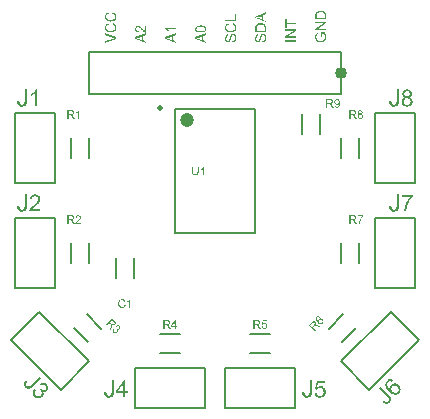
<source format=gto>
%FSLAX33Y33*%
%MOMM*%
%ADD10C,0.15*%
%ADD11C,0.500001X0.000003*%
%ADD12C,1.199997X0.000001*%
%ADD13C,1.016*%
D10*
%LNtop silkscreen_traces*%
%LNtop silkscreen component 48f78adb2b7037fe*%
G01*
X28529Y6443D02*
X29752Y7666D01*
X27398Y7574D02*
X28621Y8797D01*
G36*
X26229Y7390D02*
X25723Y7896D01*
X25947Y8120D01*
X25980Y8151D01*
X26010Y8177D01*
X26038Y8196D01*
X26064Y8210D01*
X26089Y8218D01*
X26114Y8222D01*
X26141Y8222D01*
X26168Y8218D01*
X26195Y8209D01*
X26220Y8197D01*
X26244Y8182D01*
X26266Y8163D01*
X26289Y8134D01*
X26307Y8104D01*
X26317Y8072D01*
X26322Y8037D01*
X26319Y8000D01*
X26307Y7962D01*
X26288Y7923D01*
X26275Y7903D01*
X26210Y7947D01*
X26220Y7965D01*
X26226Y7983D01*
X26230Y8000D01*
X26231Y8017D01*
X26229Y8035D01*
X26224Y8051D01*
X26217Y8067D01*
X26208Y8081D01*
X26197Y8093D01*
X26178Y8109D01*
X26157Y8120D01*
X26135Y8126D01*
X26112Y8126D01*
X26087Y8122D01*
X26061Y8110D01*
X26034Y8092D01*
X26006Y8067D01*
X25846Y7907D01*
X26013Y7740D01*
X26013Y7740D01*
X26157Y7884D01*
X26178Y7906D01*
X26196Y7927D01*
X26210Y7947D01*
X26275Y7903D01*
X26261Y7882D01*
X26280Y7888D01*
X26297Y7893D01*
X26313Y7896D01*
X26326Y7897D01*
X26355Y7898D01*
X26385Y7896D01*
X26417Y7892D01*
X26449Y7886D01*
X26675Y7836D01*
X26591Y7752D01*
X26419Y7790D01*
X26383Y7797D01*
X26352Y7803D01*
X26324Y7808D01*
X26301Y7811D01*
X26280Y7813D01*
X26262Y7814D01*
X26246Y7813D01*
X26233Y7811D01*
X26221Y7808D01*
X26209Y7804D01*
X26199Y7800D01*
X26189Y7794D01*
X26181Y7789D01*
X26172Y7781D01*
X26161Y7771D01*
X26149Y7759D01*
X26071Y7682D01*
X26296Y7457D01*
X26229Y7390D01*
X26229Y7390D01*
X26654Y8579D02*
X26597Y8512D01*
X26575Y8525D01*
X26555Y8534D01*
X26537Y8540D01*
X26520Y8542D01*
X26495Y8540D01*
X26472Y8534D01*
X26451Y8523D01*
X26431Y8506D01*
X26418Y8491D01*
X26408Y8474D01*
X26400Y8457D01*
X26396Y8438D01*
X26394Y8412D01*
X26396Y8385D01*
X26402Y8358D01*
X26412Y8329D01*
X26427Y8299D01*
X26449Y8266D01*
X26477Y8231D01*
X26512Y8194D01*
X26570Y8201D01*
X26572Y8186D01*
X26581Y8159D01*
X26597Y8132D01*
X26618Y8107D01*
X26618Y8107D01*
X26635Y8092D01*
X26653Y8079D01*
X26673Y8068D01*
X26693Y8059D01*
X26715Y8053D01*
X26736Y8050D01*
X26756Y8050D01*
X26776Y8053D01*
X26795Y8058D01*
X26813Y8066D01*
X26829Y8076D01*
X26843Y8089D01*
X26860Y8110D01*
X26872Y8133D01*
X26878Y8159D01*
X26879Y8188D01*
X26874Y8218D01*
X26863Y8247D01*
X26845Y8275D01*
X26821Y8303D01*
X26794Y8326D01*
X26767Y8343D01*
X26739Y8353D01*
X26710Y8357D01*
X26682Y8356D01*
X26656Y8349D01*
X26632Y8336D01*
X26610Y8317D01*
X26591Y8295D01*
X26578Y8271D01*
X26571Y8244D01*
X26568Y8216D01*
X26570Y8201D01*
X26512Y8194D01*
X26507Y8222D01*
X26507Y8249D01*
X26509Y8275D01*
X26516Y8300D01*
X26525Y8324D01*
X26536Y8346D01*
X26551Y8366D01*
X26567Y8385D01*
X26600Y8412D01*
X26636Y8431D01*
X26676Y8442D01*
X26719Y8445D01*
X26762Y8439D01*
X26804Y8425D01*
X26843Y8402D01*
X26881Y8370D01*
X26903Y8345D01*
X26921Y8319D01*
X26937Y8291D01*
X26949Y8261D01*
X26957Y8230D01*
X26960Y8200D01*
X26960Y8171D01*
X26955Y8142D01*
X26946Y8114D01*
X26933Y8087D01*
X26916Y8062D01*
X26895Y8039D01*
X26855Y8005D01*
X26810Y7982D01*
X26763Y7970D01*
X26711Y7969D01*
X26657Y7981D01*
X26599Y8008D01*
X26538Y8050D01*
X26474Y8108D01*
X26409Y8180D01*
X26361Y8249D01*
X26329Y8314D01*
X26315Y8376D01*
X26315Y8427D01*
X26327Y8475D01*
X26350Y8520D01*
X26384Y8561D01*
X26415Y8588D01*
X26447Y8607D01*
X26480Y8620D01*
X26516Y8626D01*
X26551Y8625D01*
X26586Y8616D01*
X26620Y8601D01*
X26654Y8579D01*
X26654Y8579D01*
G37*
%LNtop silkscreen component fc4ab4143d6492ec*%
X4235Y11005D02*
X0845Y11005D01*
X4235Y11005D02*
X4235Y16935D01*
X0845Y16935*
X0845Y11005*
G36*
X1049Y17916D02*
X1220Y17940D01*
X1227Y17864D01*
X1239Y17802D01*
X1257Y17752D01*
X1282Y17715D01*
X1312Y17689D01*
X1347Y17670D01*
X1387Y17658D01*
X1433Y17655D01*
X1468Y17657D01*
X1500Y17663D01*
X1529Y17673D01*
X1556Y17687D01*
X1580Y17705D01*
X1600Y17726D01*
X1616Y17750D01*
X1628Y17776D01*
X1636Y17808D01*
X1642Y17849D01*
X1646Y17898D01*
X1647Y17955D01*
X1647Y18942D01*
X1837Y18942D01*
X1837Y17966D01*
X1834Y17881D01*
X1826Y17807D01*
X1812Y17742D01*
X1793Y17688D01*
X1768Y17641D01*
X1737Y17601D01*
X1699Y17566D01*
X1655Y17537D01*
X1606Y17515D01*
X1553Y17499D01*
X1496Y17489D01*
X1434Y17486D01*
X1345Y17492D01*
X1268Y17513D01*
X1201Y17547D01*
X1146Y17594D01*
X1102Y17655D01*
X1072Y17729D01*
X1054Y17816D01*
X1049Y17916D01*
X1049Y17916D01*
X2999Y17679D02*
X2999Y17510D01*
X2052Y17510D01*
X2053Y17541D01*
X2057Y17572D01*
X2063Y17602D01*
X2073Y17632D01*
X2094Y17680D01*
X2120Y17728D01*
X2152Y17775D01*
X2189Y17823D01*
X2233Y17871D01*
X2286Y17924D01*
X2348Y17980D01*
X2419Y18039D01*
X2526Y18130D01*
X2614Y18211D01*
X2684Y18282D01*
X2734Y18343D01*
X2770Y18398D01*
X2796Y18451D01*
X2811Y18503D01*
X2816Y18554D01*
X2811Y18604D01*
X2797Y18650D01*
X2774Y18692D01*
X2741Y18730D01*
X2701Y18762D01*
X2655Y18784D01*
X2604Y18798D01*
X2547Y18802D01*
X2486Y18797D01*
X2432Y18783D01*
X2385Y18759D01*
X2343Y18726D01*
X2310Y18684D01*
X2286Y18635D01*
X2271Y18579D01*
X2266Y18515D01*
X2086Y18533D01*
X2101Y18628D01*
X2130Y18712D01*
X2171Y18783D01*
X2225Y18842D01*
X2291Y18888D01*
X2367Y18921D01*
X2454Y18941D01*
X2550Y18948D01*
X2648Y18940D01*
X2735Y18919D01*
X2811Y18883D01*
X2877Y18833D01*
X2929Y18773D01*
X2967Y18705D01*
X2989Y18631D01*
X2997Y18550D01*
X2995Y18507D01*
X2988Y18465D01*
X2977Y18423D01*
X2962Y18381D01*
X2941Y18339D01*
X2915Y18296D01*
X2883Y18252D01*
X2845Y18206D01*
X2797Y18156D01*
X2736Y18097D01*
X2662Y18030D01*
X2574Y17954D01*
X2502Y17893D01*
X2444Y17843D01*
X2400Y17803D01*
X2371Y17774D01*
X2349Y17750D01*
X2330Y17727D01*
X2312Y17703D01*
X2297Y17679D01*
X2999Y17679D01*
X2999Y17679D01*
G37*
%LNtop silkscreen component 8081dbe1fc64fbc3*%
X4235Y19895D02*
X0845Y19895D01*
X4235Y19895D02*
X4235Y25825D01*
X0845Y25825*
X0845Y19895*
G36*
X1049Y26806D02*
X1220Y26830D01*
X1227Y26754D01*
X1239Y26692D01*
X1257Y26642D01*
X1282Y26605D01*
X1312Y26579D01*
X1347Y26560D01*
X1387Y26548D01*
X1433Y26545D01*
X1468Y26547D01*
X1500Y26553D01*
X1529Y26563D01*
X1556Y26577D01*
X1580Y26595D01*
X1600Y26616D01*
X1616Y26640D01*
X1628Y26666D01*
X1636Y26698D01*
X1642Y26739D01*
X1646Y26788D01*
X1647Y26845D01*
X1647Y27832D01*
X1837Y27832D01*
X1837Y26856D01*
X1834Y26771D01*
X1826Y26697D01*
X1812Y26632D01*
X1793Y26578D01*
X1768Y26531D01*
X1737Y26491D01*
X1699Y26456D01*
X1655Y26427D01*
X1606Y26405D01*
X1553Y26389D01*
X1496Y26379D01*
X1434Y26376D01*
X1345Y26382D01*
X1268Y26403D01*
X1201Y26437D01*
X1146Y26484D01*
X1102Y26545D01*
X1072Y26619D01*
X1054Y26706D01*
X1049Y26806D01*
X1049Y26806D01*
X2737Y26400D02*
X2561Y26400D01*
X2561Y27520D01*
X2527Y27490D01*
X2488Y27460D01*
X2444Y27429D01*
X2395Y27399D01*
X2345Y27371D01*
X2297Y27346D01*
X2252Y27325D01*
X2210Y27308D01*
X2210Y27478D01*
X2281Y27515D01*
X2348Y27555D01*
X2410Y27599D01*
X2467Y27646D01*
X2519Y27695D01*
X2562Y27743D01*
X2597Y27791D01*
X2624Y27837D01*
X2737Y27837D01*
X2737Y26400D01*
X2737Y26400D01*
G37*
%LNtop silkscreen component acea897f8989f1d9*%
X30852Y2420D02*
X28455Y4817D01*
X30852Y2420D02*
X35045Y6613D01*
X32648Y9010*
X28455Y4817*
G36*
X31982Y1368D02*
X32087Y1506D01*
X32145Y1457D01*
X32198Y1421D01*
X32246Y1399D01*
X32289Y1390D01*
X32329Y1393D01*
X32367Y1404D01*
X32404Y1425D01*
X32439Y1455D01*
X32462Y1480D01*
X32480Y1507D01*
X32494Y1535D01*
X32503Y1565D01*
X32507Y1594D01*
X32506Y1623D01*
X32501Y1651D01*
X32490Y1678D01*
X32473Y1707D01*
X32449Y1740D01*
X32417Y1777D01*
X32377Y1818D01*
X31680Y2516D01*
X31814Y2650D01*
X32504Y1960D01*
X32562Y1898D01*
X32609Y1840D01*
X32645Y1784D01*
X32670Y1732D01*
X32685Y1682D01*
X32692Y1631D01*
X32689Y1580D01*
X32679Y1529D01*
X32660Y1478D01*
X32634Y1429D01*
X32600Y1381D01*
X32559Y1336D01*
X32491Y1278D01*
X32422Y1237D01*
X32351Y1214D01*
X32278Y1208D01*
X32204Y1221D01*
X32131Y1251D01*
X32056Y1300D01*
X31982Y1368D01*
X31982Y1368D01*
X32875Y3215D02*
X32761Y3082D01*
X32718Y3107D01*
X32678Y3125D01*
X32641Y3137D01*
X32608Y3142D01*
X32558Y3138D01*
X32512Y3125D01*
X32469Y3103D01*
X32431Y3070D01*
X32404Y3040D01*
X32383Y3006D01*
X32368Y2971D01*
X32359Y2933D01*
X32355Y2881D01*
X32360Y2828D01*
X32372Y2773D01*
X32392Y2715D01*
X32422Y2655D01*
X32466Y2590D01*
X32522Y2520D01*
X32591Y2446D01*
X32708Y2460D01*
X32711Y2430D01*
X32730Y2375D01*
X32761Y2322D01*
X32804Y2271D01*
X32804Y2271D01*
X32838Y2241D01*
X32874Y2215D01*
X32913Y2194D01*
X32954Y2176D01*
X32997Y2163D01*
X33039Y2157D01*
X33080Y2157D01*
X33120Y2163D01*
X33158Y2174D01*
X33193Y2190D01*
X33225Y2210D01*
X33254Y2235D01*
X33288Y2277D01*
X33311Y2324D01*
X33324Y2376D01*
X33325Y2434D01*
X33316Y2493D01*
X33293Y2551D01*
X33258Y2608D01*
X33209Y2663D01*
X33156Y2709D01*
X33102Y2743D01*
X33046Y2764D01*
X32988Y2772D01*
X32932Y2769D01*
X32880Y2755D01*
X32831Y2729D01*
X32787Y2692D01*
X32750Y2648D01*
X32724Y2599D01*
X32709Y2546D01*
X32704Y2489D01*
X32708Y2460D01*
X32591Y2446D01*
X32582Y2502D01*
X32581Y2556D01*
X32587Y2607D01*
X32599Y2657D01*
X32617Y2705D01*
X32641Y2749D01*
X32669Y2789D01*
X32702Y2827D01*
X32767Y2881D01*
X32840Y2919D01*
X32919Y2941D01*
X33005Y2947D01*
X33092Y2936D01*
X33175Y2907D01*
X33254Y2861D01*
X33329Y2798D01*
X33373Y2748D01*
X33411Y2695D01*
X33441Y2639D01*
X33465Y2579D01*
X33481Y2518D01*
X33488Y2458D01*
X33487Y2399D01*
X33477Y2341D01*
X33459Y2285D01*
X33433Y2232D01*
X33400Y2182D01*
X33358Y2135D01*
X33277Y2068D01*
X33188Y2022D01*
X33093Y1998D01*
X32990Y1996D01*
X32881Y2019D01*
X32765Y2073D01*
X32644Y2158D01*
X32515Y2274D01*
X32386Y2418D01*
X32289Y2555D01*
X32226Y2685D01*
X32197Y2809D01*
X32198Y2912D01*
X32221Y3007D01*
X32267Y3097D01*
X32336Y3180D01*
X32397Y3233D01*
X32461Y3272D01*
X32529Y3297D01*
X32599Y3309D01*
X32670Y3307D01*
X32739Y3290D01*
X32808Y3260D01*
X32875Y3215D01*
X32875Y3215D01*
G37*
%LNtop silkscreen component 7f83bd30abf15710*%
X14835Y7150D02*
X13105Y7150D01*
X14835Y5550D02*
X13105Y5550D01*
G36*
X13411Y7574D02*
X13411Y8290D01*
X13728Y8290D01*
X13773Y8289D01*
X13813Y8285D01*
X13846Y8279D01*
X13874Y8271D01*
X13898Y8259D01*
X13919Y8244D01*
X13937Y8225D01*
X13953Y8202D01*
X13966Y8177D01*
X13976Y8151D01*
X13981Y8123D01*
X13983Y8095D01*
X13980Y8058D01*
X13971Y8024D01*
X13955Y7994D01*
X13934Y7966D01*
X13906Y7942D01*
X13871Y7923D01*
X13830Y7909D01*
X13806Y7904D01*
X13791Y7981D01*
X13811Y7987D01*
X13828Y7995D01*
X13843Y8005D01*
X13856Y8017D01*
X13867Y8030D01*
X13875Y8045D01*
X13881Y8061D01*
X13884Y8077D01*
X13886Y8095D01*
X13883Y8119D01*
X13876Y8141D01*
X13865Y8161D01*
X13849Y8178D01*
X13828Y8192D01*
X13801Y8203D01*
X13769Y8209D01*
X13732Y8211D01*
X13506Y8211D01*
X13506Y7974D01*
X13506Y7974D01*
X13709Y7974D01*
X13740Y7975D01*
X13767Y7977D01*
X13791Y7981D01*
X13806Y7904D01*
X13782Y7900D01*
X13799Y7891D01*
X13815Y7882D01*
X13828Y7873D01*
X13839Y7864D01*
X13859Y7844D01*
X13879Y7821D01*
X13898Y7796D01*
X13917Y7769D01*
X14042Y7574D01*
X13923Y7574D01*
X13828Y7723D01*
X13808Y7753D01*
X13790Y7780D01*
X13774Y7803D01*
X13760Y7822D01*
X13747Y7837D01*
X13734Y7851D01*
X13722Y7861D01*
X13712Y7869D01*
X13701Y7876D01*
X13690Y7881D01*
X13679Y7885D01*
X13668Y7888D01*
X13659Y7890D01*
X13647Y7891D01*
X13633Y7892D01*
X13616Y7892D01*
X13506Y7892D01*
X13506Y7574D01*
X13411Y7574D01*
X13411Y7574D01*
X14378Y7574D02*
X14378Y7745D01*
X14067Y7745D01*
X14067Y7826D01*
X14322Y8188D01*
X14378Y8149D01*
X14154Y7826D01*
X14378Y7826D01*
X14378Y7826D01*
X14378Y8149D01*
X14322Y8188D01*
X14394Y8290D01*
X14466Y8290D01*
X14466Y7826D01*
X14562Y7826D01*
X14562Y7745D01*
X14466Y7745D01*
X14466Y7574D01*
X14378Y7574D01*
X14378Y7574D01*
G37*
%LNtop silkscreen component 50fb72db43f2db52*%
X34715Y19895D02*
X31325Y19895D01*
X34715Y19895D02*
X34715Y25825D01*
X31325Y25825*
X31325Y19895*
G36*
X32545Y26806D02*
X32716Y26830D01*
X32723Y26754D01*
X32735Y26692D01*
X32753Y26642D01*
X32778Y26605D01*
X32808Y26579D01*
X32843Y26560D01*
X32883Y26548D01*
X32929Y26545D01*
X32964Y26547D01*
X32996Y26553D01*
X33025Y26563D01*
X33052Y26577D01*
X33076Y26595D01*
X33096Y26616D01*
X33112Y26640D01*
X33124Y26666D01*
X33132Y26698D01*
X33138Y26739D01*
X33142Y26788D01*
X33143Y26845D01*
X33143Y27832D01*
X33333Y27832D01*
X33333Y26856D01*
X33330Y26771D01*
X33322Y26697D01*
X33308Y26632D01*
X33289Y26578D01*
X33264Y26531D01*
X33233Y26491D01*
X33195Y26456D01*
X33151Y26427D01*
X33102Y26405D01*
X33049Y26389D01*
X32992Y26379D01*
X32930Y26376D01*
X32841Y26382D01*
X32764Y26403D01*
X32697Y26437D01*
X32642Y26484D01*
X32598Y26545D01*
X32568Y26619D01*
X32550Y26706D01*
X32545Y26806D01*
X32545Y26806D01*
X33841Y27176D02*
X33899Y27067D01*
X33875Y27054D01*
X33831Y27018D01*
X33795Y26975D01*
X33770Y26926D01*
X33755Y26872D01*
X33750Y26813D01*
X33750Y26813D01*
X33752Y26776D01*
X33759Y26739D01*
X33770Y26703D01*
X33785Y26668D01*
X33805Y26634D01*
X33830Y26605D01*
X33858Y26580D01*
X33891Y26559D01*
X33927Y26542D01*
X33964Y26530D01*
X34003Y26523D01*
X34043Y26520D01*
X34103Y26525D01*
X34158Y26540D01*
X34207Y26566D01*
X34251Y26601D01*
X34286Y26644D01*
X34312Y26693D01*
X34327Y26747D01*
X34333Y26807D01*
X34327Y26868D01*
X34311Y26923D01*
X34285Y26973D01*
X34248Y27017D01*
X34203Y27054D01*
X34153Y27079D01*
X34098Y27095D01*
X34037Y27100D01*
X33977Y27095D01*
X33923Y27080D01*
X33899Y27067D01*
X33841Y27176D01*
X33907Y27280D01*
X33947Y27260D01*
X33992Y27248D01*
X34042Y27244D01*
X34090Y27248D01*
X34134Y27260D01*
X34173Y27280D01*
X34208Y27308D01*
X34236Y27341D01*
X34257Y27379D01*
X34269Y27420D01*
X34273Y27464D01*
X34269Y27511D01*
X34256Y27553D01*
X34235Y27592D01*
X34206Y27627D01*
X34171Y27656D01*
X34131Y27676D01*
X34087Y27689D01*
X34040Y27693D01*
X33991Y27689D01*
X33948Y27677D01*
X33908Y27657D01*
X33873Y27629D01*
X33844Y27595D01*
X33823Y27558D01*
X33810Y27518D01*
X33806Y27474D01*
X33806Y27474D01*
X33810Y27426D01*
X33823Y27382D01*
X33843Y27343D01*
X33872Y27308D01*
X33907Y27280D01*
X33841Y27176D01*
X33790Y27199D01*
X33746Y27225D01*
X33709Y27256D01*
X33679Y27291D01*
X33656Y27330D01*
X33640Y27372D01*
X33630Y27418D01*
X33627Y27468D01*
X33634Y27543D01*
X33655Y27612D01*
X33690Y27675D01*
X33739Y27731D01*
X33800Y27778D01*
X33870Y27811D01*
X33949Y27831D01*
X34038Y27837D01*
X34127Y27831D01*
X34207Y27810D01*
X34278Y27776D01*
X34339Y27729D01*
X34389Y27671D01*
X34425Y27608D01*
X34447Y27539D01*
X34454Y27463D01*
X34450Y27415D01*
X34441Y27370D01*
X34424Y27329D01*
X34401Y27290D01*
X34372Y27255D01*
X34336Y27225D01*
X34293Y27198D01*
X34243Y27176D01*
X34305Y27152D01*
X34359Y27120D01*
X34405Y27082D01*
X34443Y27038D01*
X34474Y26988D01*
X34495Y26933D01*
X34508Y26873D01*
X34512Y26809D01*
X34504Y26721D01*
X34480Y26640D01*
X34439Y26567D01*
X34382Y26501D01*
X34312Y26446D01*
X34232Y26407D01*
X34141Y26383D01*
X34041Y26376D01*
X33940Y26383D01*
X33849Y26407D01*
X33769Y26446D01*
X33699Y26501D01*
X33642Y26568D01*
X33601Y26642D01*
X33577Y26724D01*
X33569Y26814D01*
X33573Y26881D01*
X33587Y26942D01*
X33609Y26998D01*
X33640Y27048D01*
X33679Y27091D01*
X33726Y27127D01*
X33780Y27156D01*
X33841Y27176D01*
X33841Y27176D01*
G37*
%LNtop silkscreen component 8bdea769ffbae0d0*%
X8162Y7574D02*
X6939Y8797D01*
X7031Y6443D02*
X5808Y7666D01*
G36*
X8533Y7934D02*
X9039Y8440D01*
X9263Y8216D01*
X9294Y8183D01*
X9320Y8153D01*
X9339Y8125D01*
X9353Y8099D01*
X9361Y8074D01*
X9365Y8049D01*
X9365Y8022D01*
X9361Y7995D01*
X9352Y7968D01*
X9340Y7943D01*
X9325Y7919D01*
X9306Y7897D01*
X9277Y7874D01*
X9247Y7856D01*
X9215Y7846D01*
X9180Y7841D01*
X9143Y7844D01*
X9105Y7856D01*
X9066Y7875D01*
X9046Y7888D01*
X9090Y7953D01*
X9108Y7943D01*
X9126Y7937D01*
X9143Y7933D01*
X9160Y7932D01*
X9178Y7934D01*
X9194Y7939D01*
X9210Y7946D01*
X9224Y7955D01*
X9236Y7966D01*
X9252Y7985D01*
X9263Y8006D01*
X9269Y8028D01*
X9269Y8051D01*
X9265Y8076D01*
X9253Y8102D01*
X9235Y8129D01*
X9210Y8157D01*
X9050Y8317D01*
X8883Y8150D01*
X8883Y8150D01*
X9027Y8006D01*
X9049Y7985D01*
X9070Y7967D01*
X9090Y7953D01*
X9046Y7888D01*
X9025Y7902D01*
X9031Y7883D01*
X9036Y7866D01*
X9039Y7850D01*
X9040Y7837D01*
X9041Y7808D01*
X9039Y7778D01*
X9035Y7746D01*
X9029Y7714D01*
X8979Y7488D01*
X8895Y7572D01*
X8933Y7744D01*
X8940Y7780D01*
X8946Y7811D01*
X8951Y7839D01*
X8954Y7862D01*
X8956Y7883D01*
X8957Y7901D01*
X8956Y7917D01*
X8954Y7930D01*
X8951Y7942D01*
X8947Y7954D01*
X8943Y7964D01*
X8937Y7974D01*
X8932Y7982D01*
X8924Y7991D01*
X8914Y8002D01*
X8902Y8014D01*
X8825Y8092D01*
X8600Y7867D01*
X8533Y7934D01*
X8533Y7934D01*
X9151Y7583D02*
X9222Y7529D01*
X9203Y7498D01*
X9191Y7469D01*
X9184Y7442D01*
X9182Y7416D01*
X9185Y7393D01*
X9193Y7370D01*
X9205Y7350D01*
X9221Y7330D01*
X9244Y7311D01*
X9269Y7298D01*
X9297Y7289D01*
X9326Y7287D01*
X9355Y7290D01*
X9382Y7298D01*
X9408Y7312D01*
X9431Y7332D01*
X9450Y7354D01*
X9463Y7378D01*
X9471Y7403D01*
X9474Y7430D01*
X9471Y7457D01*
X9463Y7483D01*
X9449Y7507D01*
X9431Y7529D01*
X9421Y7538D01*
X9409Y7547D01*
X9395Y7557D01*
X9380Y7566D01*
X9441Y7614D01*
X9444Y7611D01*
X9446Y7608D01*
X9449Y7605D01*
X9451Y7603D01*
X9471Y7585D01*
X9493Y7571D01*
X9517Y7560D01*
X9543Y7552D01*
X9568Y7550D01*
X9593Y7555D01*
X9616Y7566D01*
X9638Y7584D01*
X9653Y7602D01*
X9664Y7621D01*
X9670Y7642D01*
X9672Y7664D01*
X9669Y7686D01*
X9662Y7708D01*
X9651Y7728D01*
X9635Y7746D01*
X9616Y7762D01*
X9596Y7774D01*
X9574Y7781D01*
X9551Y7784D01*
X9528Y7782D01*
X9503Y7775D01*
X9478Y7764D01*
X9452Y7747D01*
X9401Y7820D01*
X9438Y7842D01*
X9475Y7857D01*
X9512Y7864D01*
X9549Y7865D01*
X9586Y7859D01*
X9621Y7845D01*
X9653Y7826D01*
X9684Y7799D01*
X9704Y7777D01*
X9720Y7755D01*
X9733Y7730D01*
X9743Y7705D01*
X9750Y7679D01*
X9753Y7653D01*
X9752Y7628D01*
X9748Y7603D01*
X9740Y7579D01*
X9730Y7557D01*
X9717Y7537D01*
X9701Y7519D01*
X9684Y7504D01*
X9665Y7492D01*
X9645Y7483D01*
X9624Y7477D01*
X9601Y7474D01*
X9578Y7475D01*
X9553Y7479D01*
X9529Y7486D01*
X9543Y7459D01*
X9553Y7431D01*
X9557Y7402D01*
X9555Y7374D01*
X9549Y7345D01*
X9537Y7318D01*
X9520Y7292D01*
X9499Y7267D01*
X9464Y7238D01*
X9425Y7218D01*
X9383Y7206D01*
X9338Y7203D01*
X9292Y7209D01*
X9249Y7223D01*
X9208Y7247D01*
X9170Y7279D01*
X9140Y7314D01*
X9118Y7350D01*
X9105Y7389D01*
X9099Y7430D01*
X9100Y7471D01*
X9110Y7510D01*
X9127Y7547D01*
X9151Y7583D01*
X9151Y7583D01*
G37*
%LNtop silkscreen component 0b6faf164e5a0518*%
X7150Y13105D02*
X7150Y14835D01*
X5550Y13105D02*
X5550Y14835D01*
G36*
X5283Y16464D02*
X5283Y17180D01*
X5600Y17180D01*
X5645Y17179D01*
X5685Y17175D01*
X5718Y17169D01*
X5746Y17161D01*
X5770Y17149D01*
X5791Y17134D01*
X5809Y17115D01*
X5825Y17092D01*
X5838Y17067D01*
X5848Y17041D01*
X5853Y17013D01*
X5855Y16985D01*
X5852Y16948D01*
X5843Y16914D01*
X5827Y16884D01*
X5806Y16856D01*
X5778Y16832D01*
X5743Y16813D01*
X5702Y16799D01*
X5678Y16794D01*
X5663Y16871D01*
X5683Y16877D01*
X5700Y16885D01*
X5715Y16895D01*
X5728Y16907D01*
X5739Y16920D01*
X5747Y16935D01*
X5753Y16951D01*
X5756Y16967D01*
X5758Y16985D01*
X5755Y17009D01*
X5748Y17031D01*
X5737Y17051D01*
X5721Y17068D01*
X5700Y17082D01*
X5673Y17093D01*
X5641Y17099D01*
X5604Y17101D01*
X5378Y17101D01*
X5378Y16864D01*
X5378Y16864D01*
X5581Y16864D01*
X5612Y16865D01*
X5639Y16867D01*
X5663Y16871D01*
X5678Y16794D01*
X5654Y16790D01*
X5671Y16781D01*
X5687Y16772D01*
X5700Y16763D01*
X5711Y16754D01*
X5731Y16734D01*
X5751Y16711D01*
X5770Y16686D01*
X5789Y16659D01*
X5914Y16464D01*
X5795Y16464D01*
X5700Y16613D01*
X5680Y16643D01*
X5662Y16670D01*
X5646Y16693D01*
X5632Y16712D01*
X5619Y16727D01*
X5606Y16741D01*
X5594Y16751D01*
X5584Y16759D01*
X5573Y16766D01*
X5562Y16771D01*
X5551Y16775D01*
X5540Y16778D01*
X5531Y16780D01*
X5519Y16781D01*
X5505Y16782D01*
X5488Y16782D01*
X5378Y16782D01*
X5378Y16464D01*
X5283Y16464D01*
X5283Y16464D01*
X6430Y16548D02*
X6430Y16464D01*
X5957Y16464D01*
X5957Y16480D01*
X5959Y16495D01*
X5962Y16510D01*
X5967Y16525D01*
X5977Y16549D01*
X5991Y16573D01*
X6006Y16597D01*
X6025Y16620D01*
X6047Y16645D01*
X6074Y16671D01*
X6105Y16699D01*
X6140Y16729D01*
X6194Y16774D01*
X6238Y16814D01*
X6272Y16850D01*
X6298Y16880D01*
X6316Y16908D01*
X6328Y16935D01*
X6336Y16961D01*
X6339Y16986D01*
X6336Y17011D01*
X6329Y17034D01*
X6318Y17055D01*
X6301Y17074D01*
X6281Y17090D01*
X6258Y17101D01*
X6232Y17108D01*
X6204Y17110D01*
X6174Y17108D01*
X6147Y17100D01*
X6123Y17089D01*
X6102Y17072D01*
X6086Y17051D01*
X6074Y17026D01*
X6066Y16998D01*
X6064Y16966D01*
X5973Y16976D01*
X5981Y17023D01*
X5995Y17065D01*
X6016Y17100D01*
X6043Y17130D01*
X6076Y17153D01*
X6114Y17170D01*
X6157Y17179D01*
X6206Y17183D01*
X6255Y17179D01*
X6298Y17168D01*
X6336Y17151D01*
X6369Y17126D01*
X6395Y17095D01*
X6414Y17062D01*
X6425Y17025D01*
X6429Y16984D01*
X6428Y16963D01*
X6425Y16941D01*
X6419Y16920D01*
X6411Y16900D01*
X6401Y16879D01*
X6388Y16857D01*
X6372Y16835D01*
X6353Y16812D01*
X6329Y16787D01*
X6299Y16758D01*
X6262Y16724D01*
X6218Y16686D01*
X6182Y16656D01*
X6153Y16630D01*
X6131Y16611D01*
X6116Y16596D01*
X6105Y16584D01*
X6095Y16572D01*
X6087Y16560D01*
X6079Y16548D01*
X6430Y16548D01*
X6430Y16548D01*
G37*
%LNtop silkscreen component 6cb0e7e3f02311c0*%
X7150Y21995D02*
X7150Y23725D01*
X5550Y21995D02*
X5550Y23725D01*
G36*
X5283Y25354D02*
X5283Y26070D01*
X5600Y26070D01*
X5645Y26069D01*
X5685Y26065D01*
X5718Y26059D01*
X5746Y26051D01*
X5770Y26039D01*
X5791Y26024D01*
X5809Y26005D01*
X5825Y25982D01*
X5838Y25957D01*
X5848Y25931D01*
X5853Y25903D01*
X5855Y25875D01*
X5852Y25838D01*
X5843Y25804D01*
X5827Y25774D01*
X5806Y25746D01*
X5778Y25722D01*
X5743Y25703D01*
X5702Y25689D01*
X5678Y25684D01*
X5663Y25761D01*
X5683Y25767D01*
X5700Y25775D01*
X5715Y25785D01*
X5728Y25797D01*
X5739Y25810D01*
X5747Y25825D01*
X5753Y25841D01*
X5756Y25857D01*
X5758Y25875D01*
X5755Y25899D01*
X5748Y25921D01*
X5737Y25941D01*
X5721Y25958D01*
X5700Y25972D01*
X5673Y25983D01*
X5641Y25989D01*
X5604Y25991D01*
X5378Y25991D01*
X5378Y25754D01*
X5378Y25754D01*
X5581Y25754D01*
X5612Y25755D01*
X5639Y25757D01*
X5663Y25761D01*
X5678Y25684D01*
X5654Y25680D01*
X5671Y25671D01*
X5687Y25662D01*
X5700Y25653D01*
X5711Y25644D01*
X5731Y25624D01*
X5751Y25601D01*
X5770Y25576D01*
X5789Y25549D01*
X5914Y25354D01*
X5795Y25354D01*
X5700Y25503D01*
X5680Y25533D01*
X5662Y25560D01*
X5646Y25583D01*
X5632Y25602D01*
X5619Y25617D01*
X5606Y25631D01*
X5594Y25641D01*
X5584Y25649D01*
X5573Y25656D01*
X5562Y25661D01*
X5551Y25665D01*
X5540Y25668D01*
X5531Y25670D01*
X5519Y25671D01*
X5505Y25672D01*
X5488Y25672D01*
X5378Y25672D01*
X5378Y25354D01*
X5283Y25354D01*
X5283Y25354D01*
X6299Y25354D02*
X6211Y25354D01*
X6211Y25914D01*
X6194Y25899D01*
X6175Y25884D01*
X6152Y25869D01*
X6128Y25854D01*
X6103Y25839D01*
X6079Y25827D01*
X6057Y25817D01*
X6035Y25808D01*
X6035Y25893D01*
X6071Y25911D01*
X6105Y25931D01*
X6136Y25953D01*
X6164Y25977D01*
X6190Y26002D01*
X6211Y26026D01*
X6229Y26049D01*
X6242Y26073D01*
X6299Y26073D01*
X6299Y25354D01*
X6299Y25354D01*
G37*
%LNtop silkscreen component 07940880643af1f4*%
X7105Y4817D02*
X4708Y2420D01*
X7105Y4817D02*
X2912Y9010D01*
X0515Y6613*
X4708Y2420*
G36*
X1749Y3197D02*
X1887Y3092D01*
X1838Y3034D01*
X1802Y2981D01*
X1780Y2933D01*
X1771Y2890D01*
X1774Y2850D01*
X1785Y2812D01*
X1806Y2775D01*
X1836Y2740D01*
X1861Y2717D01*
X1888Y2699D01*
X1916Y2685D01*
X1946Y2676D01*
X1975Y2672D01*
X2004Y2673D01*
X2032Y2678D01*
X2059Y2689D01*
X2088Y2706D01*
X2121Y2730D01*
X2158Y2762D01*
X2199Y2802D01*
X2897Y3499D01*
X3031Y3365D01*
X2341Y2675D01*
X2279Y2617D01*
X2221Y2570D01*
X2165Y2534D01*
X2113Y2509D01*
X2063Y2494D01*
X2012Y2487D01*
X1961Y2490D01*
X1910Y2500D01*
X1859Y2519D01*
X1810Y2545D01*
X1762Y2579D01*
X1717Y2620D01*
X1659Y2688D01*
X1618Y2757D01*
X1595Y2828D01*
X1589Y2901D01*
X1602Y2975D01*
X1632Y3048D01*
X1681Y3122D01*
X1749Y3197D01*
X1749Y3197D01*
X2455Y2451D02*
X2596Y2343D01*
X2559Y2281D01*
X2534Y2223D01*
X2520Y2169D01*
X2516Y2118D01*
X2523Y2070D01*
X2539Y2026D01*
X2563Y1985D01*
X2595Y1946D01*
X2641Y1908D01*
X2691Y1880D01*
X2746Y1864D01*
X2804Y1859D01*
X2863Y1864D01*
X2917Y1881D01*
X2968Y1910D01*
X3015Y1949D01*
X3052Y1993D01*
X3079Y2041D01*
X3095Y2092D01*
X3100Y2146D01*
X3095Y2200D01*
X3078Y2251D01*
X3051Y2299D01*
X3014Y2344D01*
X2994Y2362D01*
X2971Y2380D01*
X2943Y2399D01*
X2912Y2418D01*
X3035Y2513D01*
X3040Y2506D01*
X3045Y2501D01*
X3050Y2496D01*
X3054Y2492D01*
X3095Y2455D01*
X3139Y2426D01*
X3187Y2405D01*
X3238Y2390D01*
X3289Y2386D01*
X3338Y2395D01*
X3385Y2418D01*
X3429Y2454D01*
X3459Y2490D01*
X3480Y2528D01*
X3493Y2570D01*
X3496Y2614D01*
X3491Y2658D01*
X3477Y2700D01*
X3454Y2740D01*
X3422Y2778D01*
X3384Y2810D01*
X3344Y2833D01*
X3301Y2848D01*
X3255Y2853D01*
X3208Y2850D01*
X3159Y2836D01*
X3108Y2813D01*
X3056Y2779D01*
X2954Y2925D01*
X3028Y2969D01*
X3102Y2999D01*
X3177Y3014D01*
X3251Y3015D01*
X3324Y3003D01*
X3394Y2976D01*
X3459Y2936D01*
X3521Y2883D01*
X3560Y2840D01*
X3592Y2795D01*
X3618Y2746D01*
X3638Y2695D01*
X3652Y2643D01*
X3658Y2591D01*
X3656Y2541D01*
X3648Y2491D01*
X3633Y2444D01*
X3612Y2400D01*
X3586Y2360D01*
X3554Y2324D01*
X3520Y2294D01*
X3483Y2270D01*
X3443Y2252D01*
X3400Y2240D01*
X3354Y2234D01*
X3308Y2235D01*
X3259Y2243D01*
X3210Y2258D01*
X3239Y2203D01*
X3258Y2147D01*
X3266Y2090D01*
X3263Y2033D01*
X3250Y1976D01*
X3227Y1922D01*
X3194Y1870D01*
X3150Y1820D01*
X3080Y1762D01*
X3003Y1721D01*
X2919Y1698D01*
X2828Y1692D01*
X2736Y1703D01*
X2650Y1732D01*
X2568Y1779D01*
X2492Y1844D01*
X2433Y1913D01*
X2389Y1986D01*
X2362Y2063D01*
X2350Y2145D01*
X2353Y2227D01*
X2372Y2305D01*
X2406Y2380D01*
X2455Y2451D01*
X2455Y2451D01*
G37*
%LNtop silkscreen component 7d8ea873bf19028c*%
X30010Y21995D02*
X30010Y23725D01*
X28410Y21995D02*
X28410Y23725D01*
G36*
X29159Y25354D02*
X29159Y26070D01*
X29476Y26070D01*
X29521Y26069D01*
X29561Y26065D01*
X29594Y26059D01*
X29622Y26051D01*
X29646Y26039D01*
X29667Y26024D01*
X29685Y26005D01*
X29701Y25982D01*
X29714Y25957D01*
X29724Y25931D01*
X29729Y25903D01*
X29731Y25875D01*
X29728Y25838D01*
X29719Y25804D01*
X29703Y25774D01*
X29682Y25746D01*
X29654Y25722D01*
X29619Y25703D01*
X29578Y25689D01*
X29554Y25684D01*
X29539Y25761D01*
X29559Y25767D01*
X29576Y25775D01*
X29591Y25785D01*
X29604Y25797D01*
X29615Y25810D01*
X29623Y25825D01*
X29629Y25841D01*
X29632Y25857D01*
X29634Y25875D01*
X29631Y25899D01*
X29624Y25921D01*
X29613Y25941D01*
X29597Y25958D01*
X29576Y25972D01*
X29549Y25983D01*
X29517Y25989D01*
X29480Y25991D01*
X29254Y25991D01*
X29254Y25754D01*
X29254Y25754D01*
X29457Y25754D01*
X29488Y25755D01*
X29515Y25757D01*
X29539Y25761D01*
X29554Y25684D01*
X29530Y25680D01*
X29547Y25671D01*
X29563Y25662D01*
X29576Y25653D01*
X29587Y25644D01*
X29607Y25624D01*
X29627Y25601D01*
X29646Y25576D01*
X29665Y25549D01*
X29790Y25354D01*
X29671Y25354D01*
X29576Y25503D01*
X29556Y25533D01*
X29538Y25560D01*
X29522Y25583D01*
X29508Y25602D01*
X29495Y25617D01*
X29482Y25631D01*
X29470Y25641D01*
X29460Y25649D01*
X29449Y25656D01*
X29438Y25661D01*
X29427Y25665D01*
X29416Y25668D01*
X29407Y25670D01*
X29395Y25671D01*
X29381Y25672D01*
X29364Y25672D01*
X29254Y25672D01*
X29254Y25354D01*
X29159Y25354D01*
X29159Y25354D01*
X29979Y25742D02*
X30008Y25687D01*
X29996Y25681D01*
X29974Y25663D01*
X29956Y25641D01*
X29944Y25617D01*
X29936Y25590D01*
X29933Y25561D01*
X29933Y25561D01*
X29935Y25542D01*
X29938Y25524D01*
X29943Y25506D01*
X29951Y25488D01*
X29961Y25471D01*
X29973Y25457D01*
X29988Y25444D01*
X30004Y25433D01*
X30022Y25425D01*
X30041Y25419D01*
X30060Y25415D01*
X30080Y25414D01*
X30110Y25417D01*
X30137Y25424D01*
X30162Y25437D01*
X30184Y25455D01*
X30202Y25476D01*
X30215Y25501D01*
X30222Y25528D01*
X30225Y25558D01*
X30222Y25588D01*
X30214Y25616D01*
X30201Y25640D01*
X30183Y25663D01*
X30160Y25681D01*
X30135Y25694D01*
X30107Y25702D01*
X30077Y25704D01*
X30047Y25702D01*
X30020Y25694D01*
X30008Y25687D01*
X29979Y25742D01*
X30012Y25794D01*
X30032Y25784D01*
X30054Y25778D01*
X30079Y25776D01*
X30104Y25778D01*
X30126Y25784D01*
X30145Y25794D01*
X30163Y25808D01*
X30177Y25825D01*
X30187Y25843D01*
X30193Y25864D01*
X30195Y25886D01*
X30193Y25909D01*
X30187Y25931D01*
X30176Y25950D01*
X30162Y25968D01*
X30144Y25982D01*
X30124Y25992D01*
X30102Y25998D01*
X30078Y26000D01*
X30054Y25998D01*
X30032Y25992D01*
X30013Y25982D01*
X29995Y25968D01*
X29980Y25951D01*
X29970Y25933D01*
X29964Y25913D01*
X29962Y25891D01*
X29962Y25891D01*
X29964Y25867D01*
X29970Y25845D01*
X29980Y25825D01*
X29994Y25808D01*
X30012Y25794D01*
X29979Y25742D01*
X29954Y25753D01*
X29932Y25766D01*
X29913Y25782D01*
X29898Y25799D01*
X29887Y25819D01*
X29878Y25840D01*
X29874Y25863D01*
X29872Y25888D01*
X29875Y25926D01*
X29886Y25960D01*
X29903Y25991D01*
X29928Y26020D01*
X29958Y26043D01*
X29993Y26059D01*
X30033Y26069D01*
X30077Y26073D01*
X30122Y26069D01*
X30162Y26059D01*
X30197Y26042D01*
X30228Y26018D01*
X30253Y25990D01*
X30271Y25958D01*
X30282Y25923D01*
X30285Y25886D01*
X30284Y25862D01*
X30279Y25839D01*
X30271Y25818D01*
X30259Y25799D01*
X30245Y25782D01*
X30226Y25766D01*
X30205Y25753D01*
X30180Y25742D01*
X30211Y25730D01*
X30238Y25714D01*
X30261Y25695D01*
X30280Y25673D01*
X30295Y25648D01*
X30306Y25620D01*
X30313Y25591D01*
X30315Y25559D01*
X30311Y25515D01*
X30299Y25474D01*
X30278Y25437D01*
X30250Y25404D01*
X30215Y25377D01*
X30175Y25357D01*
X30129Y25346D01*
X30079Y25342D01*
X30028Y25346D01*
X29983Y25357D01*
X29943Y25377D01*
X29908Y25405D01*
X29880Y25438D01*
X29859Y25475D01*
X29847Y25516D01*
X29843Y25561D01*
X29845Y25595D01*
X29852Y25625D01*
X29863Y25653D01*
X29878Y25678D01*
X29898Y25700D01*
X29921Y25718D01*
X29948Y25732D01*
X29979Y25742D01*
X29979Y25742D01*
G37*
%LNtop silkscreen component 432a153fe0b184c8*%
X34715Y11005D02*
X31325Y11005D01*
X34715Y11005D02*
X34715Y16935D01*
X31325Y16935*
X31325Y11005*
G36*
X32545Y17916D02*
X32716Y17940D01*
X32723Y17864D01*
X32735Y17802D01*
X32753Y17752D01*
X32778Y17715D01*
X32808Y17689D01*
X32843Y17670D01*
X32883Y17658D01*
X32929Y17655D01*
X32964Y17657D01*
X32996Y17663D01*
X33025Y17673D01*
X33052Y17687D01*
X33076Y17705D01*
X33096Y17726D01*
X33112Y17750D01*
X33124Y17776D01*
X33132Y17808D01*
X33138Y17849D01*
X33142Y17898D01*
X33143Y17955D01*
X33143Y18942D01*
X33333Y18942D01*
X33333Y17966D01*
X33330Y17881D01*
X33322Y17807D01*
X33308Y17742D01*
X33289Y17688D01*
X33264Y17641D01*
X33233Y17601D01*
X33195Y17566D01*
X33151Y17537D01*
X33102Y17515D01*
X33049Y17499D01*
X32992Y17489D01*
X32930Y17486D01*
X32841Y17492D01*
X32764Y17513D01*
X32697Y17547D01*
X32642Y17594D01*
X32598Y17655D01*
X32568Y17729D01*
X32550Y17816D01*
X32545Y17916D01*
X32545Y17916D01*
X33583Y18754D02*
X33583Y18923D01*
X34509Y18923D01*
X34509Y18786D01*
X34441Y18708D01*
X34373Y18617D01*
X34306Y18514D01*
X34238Y18400D01*
X34175Y18278D01*
X34119Y18155D01*
X34071Y18030D01*
X34031Y17904D01*
X34007Y17812D01*
X33988Y17715D01*
X33973Y17615D01*
X33963Y17510D01*
X33783Y17510D01*
X33788Y17599D01*
X33801Y17697D01*
X33821Y17803D01*
X33849Y17918D01*
X33884Y18037D01*
X33926Y18153D01*
X33975Y18267D01*
X34031Y18380D01*
X34092Y18486D01*
X34154Y18584D01*
X34218Y18674D01*
X34284Y18754D01*
X33583Y18754D01*
X33583Y18754D01*
G37*
%LNtop silkscreen component 2783f7ae62fabf0f*%
X16935Y4235D02*
X16935Y0845D01*
X16935Y4235D02*
X11005Y4235D01*
X11005Y0845*
X16935Y0845*
G36*
X8415Y2168D02*
X8586Y2192D01*
X8593Y2116D01*
X8605Y2054D01*
X8623Y2004D01*
X8648Y1967D01*
X8678Y1941D01*
X8713Y1922D01*
X8753Y1910D01*
X8799Y1907D01*
X8834Y1909D01*
X8866Y1915D01*
X8895Y1925D01*
X8922Y1939D01*
X8946Y1957D01*
X8966Y1978D01*
X8982Y2002D01*
X8994Y2028D01*
X9002Y2060D01*
X9008Y2101D01*
X9012Y2150D01*
X9013Y2207D01*
X9013Y3194D01*
X9203Y3194D01*
X9203Y2218D01*
X9200Y2133D01*
X9192Y2059D01*
X9178Y1994D01*
X9159Y1940D01*
X9134Y1893D01*
X9103Y1853D01*
X9065Y1818D01*
X9021Y1789D01*
X8972Y1767D01*
X8919Y1751D01*
X8862Y1741D01*
X8800Y1738D01*
X8711Y1744D01*
X8634Y1765D01*
X8567Y1799D01*
X8512Y1846D01*
X8468Y1907D01*
X8438Y1981D01*
X8420Y2068D01*
X8415Y2168D01*
X8415Y2168D01*
X10004Y1762D02*
X10004Y2105D01*
X9383Y2105D01*
X9383Y2266D01*
X9893Y2990D01*
X10004Y2911D01*
X9556Y2266D01*
X10004Y2266D01*
X10004Y2266D01*
X10004Y2911D01*
X9893Y2990D01*
X10037Y3194D01*
X10180Y3194D01*
X10180Y2266D01*
X10373Y2266D01*
X10373Y2105D01*
X10180Y2105D01*
X10180Y1762D01*
X10004Y1762D01*
X10004Y1762D01*
G37*
%LNtop silkscreen component 7e02e7b59318a54f*%
X14380Y15705D02*
X14380Y26205D01*
X21180Y15705D02*
X21180Y26205D01*
X14380Y26205D02*
X21180Y26205D01*
X14380Y15705D02*
X21180Y15705D01*
D11*
X13130Y26225D03*
D12*
X15380Y25205D03*
G36*
X16295Y21290D02*
X16390Y21290D01*
X16390Y20876D01*
X16388Y20825D01*
X16383Y20779D01*
X16376Y20739D01*
X16365Y20705D01*
X16351Y20675D01*
X16331Y20647D01*
X16306Y20623D01*
X16277Y20602D01*
X16243Y20584D01*
X16203Y20572D01*
X16159Y20564D01*
X16110Y20562D01*
X16062Y20564D01*
X16018Y20570D01*
X15980Y20581D01*
X15945Y20596D01*
X15916Y20616D01*
X15890Y20639D01*
X15870Y20666D01*
X15854Y20697D01*
X15842Y20733D01*
X15833Y20774D01*
X15828Y20822D01*
X15827Y20876D01*
X15827Y21290D01*
X15921Y21290D01*
X15921Y20877D01*
X15922Y20833D01*
X15926Y20796D01*
X15931Y20764D01*
X15939Y20739D01*
X15949Y20718D01*
X15962Y20700D01*
X15979Y20684D01*
X15998Y20671D01*
X16021Y20661D01*
X16045Y20653D01*
X16072Y20649D01*
X16102Y20647D01*
X16150Y20650D01*
X16191Y20659D01*
X16224Y20674D01*
X16250Y20695D01*
X16270Y20724D01*
X16284Y20764D01*
X16292Y20815D01*
X16295Y20877D01*
X16295Y21290D01*
X16295Y21290D01*
X16843Y20574D02*
X16755Y20574D01*
X16755Y21134D01*
X16738Y21119D01*
X16718Y21104D01*
X16696Y21089D01*
X16672Y21074D01*
X16646Y21059D01*
X16623Y21047D01*
X16600Y21037D01*
X16579Y21028D01*
X16579Y21113D01*
X16615Y21131D01*
X16648Y21151D01*
X16679Y21173D01*
X16708Y21197D01*
X16734Y21222D01*
X16755Y21246D01*
X16773Y21269D01*
X16786Y21293D01*
X16843Y21293D01*
X16843Y20574D01*
X16843Y20574D01*
G37*
%LNtop silkscreen component e43c40593395f77c*%
D10*
X20725Y5550D02*
X22455Y5550D01*
X20725Y7150D02*
X22455Y7150D01*
G36*
X21031Y7574D02*
X21031Y8290D01*
X21348Y8290D01*
X21393Y8289D01*
X21433Y8285D01*
X21466Y8279D01*
X21494Y8271D01*
X21518Y8259D01*
X21539Y8244D01*
X21557Y8225D01*
X21573Y8202D01*
X21586Y8177D01*
X21596Y8151D01*
X21601Y8123D01*
X21603Y8095D01*
X21600Y8058D01*
X21591Y8024D01*
X21575Y7994D01*
X21554Y7966D01*
X21526Y7942D01*
X21491Y7923D01*
X21450Y7909D01*
X21426Y7904D01*
X21411Y7981D01*
X21431Y7987D01*
X21448Y7995D01*
X21463Y8005D01*
X21476Y8017D01*
X21487Y8030D01*
X21495Y8045D01*
X21501Y8061D01*
X21504Y8077D01*
X21506Y8095D01*
X21503Y8119D01*
X21496Y8141D01*
X21485Y8161D01*
X21469Y8178D01*
X21448Y8192D01*
X21421Y8203D01*
X21389Y8209D01*
X21352Y8211D01*
X21126Y8211D01*
X21126Y7974D01*
X21126Y7974D01*
X21329Y7974D01*
X21360Y7975D01*
X21387Y7977D01*
X21411Y7981D01*
X21426Y7904D01*
X21402Y7900D01*
X21419Y7891D01*
X21435Y7882D01*
X21448Y7873D01*
X21459Y7864D01*
X21479Y7844D01*
X21499Y7821D01*
X21518Y7796D01*
X21537Y7769D01*
X21662Y7574D01*
X21543Y7574D01*
X21448Y7723D01*
X21428Y7753D01*
X21410Y7780D01*
X21394Y7803D01*
X21380Y7822D01*
X21367Y7837D01*
X21354Y7851D01*
X21342Y7861D01*
X21332Y7869D01*
X21321Y7876D01*
X21310Y7881D01*
X21299Y7885D01*
X21288Y7888D01*
X21279Y7890D01*
X21267Y7891D01*
X21253Y7892D01*
X21236Y7892D01*
X21126Y7892D01*
X21126Y7574D01*
X21031Y7574D01*
X21031Y7574D01*
X21716Y7761D02*
X21808Y7769D01*
X21815Y7738D01*
X21825Y7710D01*
X21839Y7687D01*
X21856Y7668D01*
X21876Y7653D01*
X21897Y7643D01*
X21921Y7636D01*
X21946Y7634D01*
X21977Y7637D01*
X22005Y7646D01*
X22030Y7661D01*
X22053Y7682D01*
X22073Y7708D01*
X22086Y7738D01*
X22095Y7771D01*
X22097Y7809D01*
X22095Y7844D01*
X22087Y7876D01*
X22074Y7904D01*
X22055Y7928D01*
X22032Y7947D01*
X22006Y7960D01*
X21977Y7968D01*
X21945Y7971D01*
X21924Y7970D01*
X21904Y7966D01*
X21885Y7960D01*
X21868Y7952D01*
X21852Y7941D01*
X21837Y7930D01*
X21825Y7916D01*
X21814Y7902D01*
X21732Y7912D01*
X21801Y8280D01*
X22157Y8280D01*
X22157Y8196D01*
X21871Y8196D01*
X21833Y8004D01*
X21865Y8023D01*
X21899Y8037D01*
X21933Y8046D01*
X21968Y8049D01*
X22013Y8045D01*
X22054Y8032D01*
X22092Y8012D01*
X22126Y7984D01*
X22154Y7949D01*
X22175Y7909D01*
X22187Y7865D01*
X22191Y7817D01*
X22187Y7770D01*
X22176Y7726D01*
X22159Y7686D01*
X22134Y7649D01*
X22096Y7611D01*
X22053Y7584D01*
X22002Y7567D01*
X21946Y7562D01*
X21899Y7565D01*
X21857Y7575D01*
X21820Y7593D01*
X21787Y7616D01*
X21759Y7646D01*
X21738Y7680D01*
X21724Y7719D01*
X21716Y7761D01*
X21716Y7761D01*
G37*
%LNtop silkscreen component 7b98a7e85593e7e7*%
X18625Y0845D02*
X18625Y4235D01*
X18625Y0845D02*
X24555Y0845D01*
X24555Y4235*
X18625Y4235*
G36*
X25179Y2168D02*
X25350Y2192D01*
X25357Y2116D01*
X25369Y2054D01*
X25387Y2004D01*
X25412Y1967D01*
X25442Y1941D01*
X25477Y1922D01*
X25517Y1910D01*
X25563Y1907D01*
X25598Y1909D01*
X25630Y1915D01*
X25659Y1925D01*
X25686Y1939D01*
X25710Y1957D01*
X25730Y1978D01*
X25746Y2002D01*
X25758Y2028D01*
X25766Y2060D01*
X25772Y2101D01*
X25776Y2150D01*
X25777Y2207D01*
X25777Y3194D01*
X25967Y3194D01*
X25967Y2218D01*
X25964Y2133D01*
X25956Y2059D01*
X25942Y1994D01*
X25923Y1940D01*
X25898Y1893D01*
X25867Y1853D01*
X25829Y1818D01*
X25785Y1789D01*
X25736Y1767D01*
X25683Y1751D01*
X25626Y1741D01*
X25564Y1738D01*
X25475Y1744D01*
X25398Y1765D01*
X25331Y1799D01*
X25276Y1846D01*
X25232Y1907D01*
X25202Y1981D01*
X25184Y2068D01*
X25179Y2168D01*
X25179Y2168D01*
X26205Y2137D02*
X26389Y2153D01*
X26403Y2089D01*
X26424Y2035D01*
X26451Y1988D01*
X26485Y1950D01*
X26524Y1920D01*
X26567Y1899D01*
X26614Y1886D01*
X26665Y1882D01*
X26726Y1888D01*
X26782Y1906D01*
X26833Y1936D01*
X26880Y1978D01*
X26918Y2030D01*
X26946Y2089D01*
X26962Y2157D01*
X26968Y2232D01*
X26962Y2303D01*
X26946Y2366D01*
X26920Y2422D01*
X26883Y2469D01*
X26838Y2507D01*
X26786Y2534D01*
X26727Y2551D01*
X26662Y2556D01*
X26620Y2554D01*
X26581Y2546D01*
X26544Y2534D01*
X26509Y2517D01*
X26476Y2497D01*
X26448Y2473D01*
X26423Y2447D01*
X26401Y2417D01*
X26236Y2439D01*
X26375Y3174D01*
X27087Y3174D01*
X27087Y3006D01*
X26515Y3006D01*
X26438Y2621D01*
X26504Y2661D01*
X26570Y2689D01*
X26639Y2706D01*
X26709Y2711D01*
X26799Y2703D01*
X26882Y2679D01*
X26957Y2638D01*
X27025Y2581D01*
X27082Y2512D01*
X27122Y2433D01*
X27146Y2345D01*
X27154Y2247D01*
X27147Y2153D01*
X27126Y2066D01*
X27090Y1986D01*
X27041Y1911D01*
X26966Y1835D01*
X26878Y1781D01*
X26778Y1748D01*
X26665Y1738D01*
X26572Y1744D01*
X26487Y1765D01*
X26412Y1799D01*
X26346Y1847D01*
X26291Y1906D01*
X26249Y1974D01*
X26220Y2051D01*
X26205Y2137D01*
X26205Y2137D01*
G37*
%LNtop silkscreen component 005ca3e7d4f4fb47*%
X28440Y30980D02*
X28440Y27440D01*
X28440Y30980D02*
X7120Y30980D01*
X7120Y27440*
X28440Y27440*
D13*
X28448Y29210D03*
%LNtop silkscreen component 427f096e4d3aae24*%
D10*
X25108Y25757D02*
X25108Y24027D01*
X26708Y25757D02*
X26708Y24027D01*
G36*
X27200Y26297D02*
X27200Y27012D01*
X27518Y27012D01*
X27563Y27011D01*
X27602Y27008D01*
X27635Y27002D01*
X27663Y26993D01*
X27687Y26982D01*
X27708Y26967D01*
X27727Y26948D01*
X27743Y26925D01*
X27756Y26900D01*
X27765Y26874D01*
X27771Y26846D01*
X27773Y26817D01*
X27770Y26781D01*
X27760Y26747D01*
X27745Y26716D01*
X27723Y26689D01*
X27695Y26665D01*
X27661Y26646D01*
X27619Y26632D01*
X27595Y26627D01*
X27580Y26704D01*
X27600Y26710D01*
X27617Y26718D01*
X27632Y26727D01*
X27645Y26739D01*
X27656Y26753D01*
X27664Y26768D01*
X27670Y26784D01*
X27674Y26800D01*
X27675Y26817D01*
X27673Y26841D01*
X27666Y26863D01*
X27654Y26883D01*
X27638Y26901D01*
X27617Y26915D01*
X27591Y26925D01*
X27559Y26931D01*
X27522Y26933D01*
X27295Y26933D01*
X27295Y26697D01*
X27295Y26697D01*
X27499Y26697D01*
X27529Y26697D01*
X27557Y26700D01*
X27580Y26704D01*
X27595Y26627D01*
X27571Y26622D01*
X27589Y26613D01*
X27604Y26604D01*
X27617Y26596D01*
X27628Y26587D01*
X27649Y26566D01*
X27668Y26544D01*
X27688Y26519D01*
X27707Y26491D01*
X27831Y26297D01*
X27712Y26297D01*
X27617Y26446D01*
X27597Y26476D01*
X27579Y26502D01*
X27563Y26525D01*
X27549Y26544D01*
X27536Y26560D01*
X27524Y26573D01*
X27512Y26584D01*
X27501Y26592D01*
X27490Y26598D01*
X27479Y26604D01*
X27469Y26608D01*
X27458Y26611D01*
X27448Y26613D01*
X27436Y26614D01*
X27422Y26614D01*
X27405Y26615D01*
X27295Y26615D01*
X27295Y26297D01*
X27200Y26297D01*
X27200Y26297D01*
X27899Y26462D02*
X27983Y26470D01*
X27990Y26442D01*
X27999Y26419D01*
X28010Y26399D01*
X28024Y26384D01*
X28040Y26372D01*
X28059Y26363D01*
X28079Y26358D01*
X28102Y26357D01*
X28121Y26358D01*
X28140Y26361D01*
X28157Y26367D01*
X28173Y26375D01*
X28187Y26385D01*
X28201Y26397D01*
X28212Y26410D01*
X28223Y26425D01*
X28232Y26442D01*
X28241Y26461D01*
X28249Y26484D01*
X28256Y26509D01*
X28261Y26535D01*
X28265Y26562D01*
X28268Y26589D01*
X28269Y26616D01*
X28269Y26619D01*
X28269Y26623D01*
X28268Y26628D01*
X28268Y26634D01*
X28224Y26666D01*
X28236Y26683D01*
X28249Y26711D01*
X28256Y26742D01*
X28258Y26778D01*
X28258Y26778D01*
X28256Y26814D01*
X28248Y26846D01*
X28236Y26874D01*
X28218Y26898D01*
X28197Y26918D01*
X28174Y26932D01*
X28149Y26940D01*
X28121Y26943D01*
X28093Y26940D01*
X28066Y26931D01*
X28042Y26916D01*
X28019Y26895D01*
X28000Y26869D01*
X27987Y26840D01*
X27978Y26807D01*
X27976Y26771D01*
X27978Y26738D01*
X27986Y26709D01*
X27999Y26683D01*
X28017Y26660D01*
X28039Y26641D01*
X28063Y26628D01*
X28090Y26620D01*
X28119Y26617D01*
X28148Y26620D01*
X28174Y26628D01*
X28198Y26641D01*
X28219Y26660D01*
X28224Y26666D01*
X28268Y26634D01*
X28254Y26614D01*
X28237Y26596D01*
X28218Y26579D01*
X28196Y26565D01*
X28173Y26554D01*
X28149Y26546D01*
X28123Y26541D01*
X28097Y26539D01*
X28055Y26543D01*
X28015Y26555D01*
X27979Y26576D01*
X27947Y26604D01*
X27920Y26639D01*
X27901Y26678D01*
X27889Y26724D01*
X27885Y26774D01*
X27889Y26825D01*
X27901Y26872D01*
X27922Y26913D01*
X27950Y26949D01*
X27984Y26978D01*
X28022Y26999D01*
X28064Y27011D01*
X28110Y27015D01*
X28145Y27013D01*
X28177Y27006D01*
X28208Y26994D01*
X28238Y26978D01*
X28265Y26957D01*
X28289Y26932D01*
X28309Y26903D01*
X28326Y26871D01*
X28339Y26832D01*
X28349Y26785D01*
X28354Y26731D01*
X28356Y26669D01*
X28354Y26604D01*
X28349Y26546D01*
X28339Y26495D01*
X28326Y26451D01*
X28310Y26412D01*
X28289Y26379D01*
X28265Y26351D01*
X28238Y26327D01*
X28207Y26308D01*
X28174Y26295D01*
X28138Y26287D01*
X28100Y26284D01*
X28060Y26287D01*
X28023Y26296D01*
X27991Y26311D01*
X27963Y26331D01*
X27939Y26357D01*
X27920Y26387D01*
X27907Y26422D01*
X27899Y26462D01*
X27899Y26462D01*
G37*
%LNtop silkscreen component c320845981998eb0*%
X10960Y11835D02*
X10960Y13565D01*
X9360Y11835D02*
X9360Y13565D01*
G36*
X10110Y9603D02*
X10205Y9579D01*
X10187Y9524D01*
X10163Y9476D01*
X10134Y9435D01*
X10098Y9401D01*
X10057Y9374D01*
X10012Y9355D01*
X9962Y9344D01*
X9909Y9340D01*
X9853Y9343D01*
X9804Y9352D01*
X9759Y9366D01*
X9720Y9387D01*
X9686Y9413D01*
X9657Y9445D01*
X9631Y9481D01*
X9610Y9523D01*
X9593Y9569D01*
X9582Y9616D01*
X9575Y9665D01*
X9572Y9715D01*
X9575Y9769D01*
X9583Y9820D01*
X9596Y9867D01*
X9615Y9910D01*
X9639Y9949D01*
X9667Y9984D01*
X9699Y10013D01*
X9736Y10037D01*
X9777Y10056D01*
X9819Y10069D01*
X9864Y10077D01*
X9910Y10080D01*
X9962Y10077D01*
X10009Y10066D01*
X10052Y10049D01*
X10091Y10025D01*
X10125Y9995D01*
X10153Y9960D01*
X10176Y9918D01*
X10193Y9872D01*
X10100Y9850D01*
X10086Y9886D01*
X10069Y9917D01*
X10050Y9943D01*
X10027Y9963D01*
X10002Y9979D01*
X9974Y9990D01*
X9942Y9997D01*
X9908Y9999D01*
X9869Y9997D01*
X9832Y9989D01*
X9800Y9977D01*
X9770Y9959D01*
X9745Y9938D01*
X9723Y9913D01*
X9706Y9885D01*
X9692Y9853D01*
X9682Y9820D01*
X9675Y9786D01*
X9671Y9751D01*
X9670Y9716D01*
X9671Y9672D01*
X9676Y9630D01*
X9685Y9592D01*
X9696Y9556D01*
X9712Y9524D01*
X9730Y9497D01*
X9753Y9474D01*
X9779Y9455D01*
X9808Y9440D01*
X9838Y9429D01*
X9869Y9423D01*
X9901Y9421D01*
X9939Y9424D01*
X9974Y9432D01*
X10006Y9447D01*
X10036Y9467D01*
X10061Y9492D01*
X10082Y9524D01*
X10098Y9561D01*
X10110Y9603D01*
X10110Y9603D01*
X10617Y9352D02*
X10529Y9352D01*
X10529Y9912D01*
X10512Y9897D01*
X10493Y9882D01*
X10470Y9867D01*
X10446Y9852D01*
X10421Y9837D01*
X10397Y9825D01*
X10375Y9815D01*
X10353Y9806D01*
X10353Y9891D01*
X10389Y9909D01*
X10423Y9929D01*
X10454Y9951D01*
X10482Y9975D01*
X10508Y10000D01*
X10529Y10024D01*
X10547Y10047D01*
X10560Y10071D01*
X10617Y10071D01*
X10617Y9352D01*
X10617Y9352D01*
G37*
%LNtop silkscreen component e793a6abe9ce9fda*%
X30010Y13105D02*
X30010Y14835D01*
X28410Y13105D02*
X28410Y14835D01*
G36*
X29159Y16464D02*
X29159Y17180D01*
X29476Y17180D01*
X29521Y17179D01*
X29561Y17175D01*
X29594Y17169D01*
X29622Y17161D01*
X29646Y17149D01*
X29667Y17134D01*
X29685Y17115D01*
X29701Y17092D01*
X29714Y17067D01*
X29724Y17041D01*
X29729Y17013D01*
X29731Y16985D01*
X29728Y16948D01*
X29719Y16914D01*
X29703Y16884D01*
X29682Y16856D01*
X29654Y16832D01*
X29619Y16813D01*
X29578Y16799D01*
X29554Y16794D01*
X29539Y16871D01*
X29559Y16877D01*
X29576Y16885D01*
X29591Y16895D01*
X29604Y16907D01*
X29615Y16920D01*
X29623Y16935D01*
X29629Y16951D01*
X29632Y16967D01*
X29634Y16985D01*
X29631Y17009D01*
X29624Y17031D01*
X29613Y17051D01*
X29597Y17068D01*
X29576Y17082D01*
X29549Y17093D01*
X29517Y17099D01*
X29480Y17101D01*
X29254Y17101D01*
X29254Y16864D01*
X29254Y16864D01*
X29457Y16864D01*
X29488Y16865D01*
X29515Y16867D01*
X29539Y16871D01*
X29554Y16794D01*
X29530Y16790D01*
X29547Y16781D01*
X29563Y16772D01*
X29576Y16763D01*
X29587Y16754D01*
X29607Y16734D01*
X29627Y16711D01*
X29646Y16686D01*
X29665Y16659D01*
X29790Y16464D01*
X29671Y16464D01*
X29576Y16613D01*
X29556Y16643D01*
X29538Y16670D01*
X29522Y16693D01*
X29508Y16712D01*
X29495Y16727D01*
X29482Y16741D01*
X29470Y16751D01*
X29460Y16759D01*
X29449Y16766D01*
X29438Y16771D01*
X29427Y16775D01*
X29416Y16778D01*
X29407Y16780D01*
X29395Y16781D01*
X29381Y16782D01*
X29364Y16782D01*
X29254Y16782D01*
X29254Y16464D01*
X29159Y16464D01*
X29159Y16464D01*
X29850Y17086D02*
X29850Y17171D01*
X30313Y17171D01*
X30313Y17102D01*
X30279Y17063D01*
X30245Y17017D01*
X30211Y16966D01*
X30178Y16909D01*
X30146Y16848D01*
X30118Y16787D01*
X30094Y16724D01*
X30074Y16661D01*
X30062Y16615D01*
X30052Y16567D01*
X30045Y16516D01*
X30040Y16464D01*
X29950Y16464D01*
X29953Y16508D01*
X29959Y16557D01*
X29969Y16610D01*
X29983Y16668D01*
X30001Y16727D01*
X30022Y16786D01*
X30046Y16843D01*
X30074Y16899D01*
X30104Y16952D01*
X30135Y17001D01*
X30168Y17046D01*
X30200Y17086D01*
X29850Y17086D01*
X29850Y17086D01*
G37*
%LNtext*%
G36*
X24638Y31868D02*
X23729Y31868D01*
X23729Y31989D01*
X24638Y31989D01*
X24638Y31868D01*
X24638Y31868D01*
X24638Y32200D02*
X23729Y32200D01*
X23729Y32323D01*
X24443Y32800D01*
X23729Y32800D01*
X23729Y32916D01*
X24638Y32916D01*
X24638Y32792D01*
X23924Y32315D01*
X24638Y32315D01*
X24638Y32200D01*
X24638Y32200D01*
X24638Y33349D02*
X23836Y33349D01*
X23836Y33050D01*
X23729Y33050D01*
X23729Y33770D01*
X23836Y33770D01*
X23836Y33470D01*
X24638Y33470D01*
X24638Y33349D01*
X24638Y33349D01*
X19266Y31807D02*
X19256Y31921D01*
X19289Y31926D01*
X19318Y31934D01*
X19345Y31945D01*
X19368Y31958D01*
X19389Y31975D01*
X19407Y31996D01*
X19424Y32021D01*
X19439Y32050D01*
X19450Y32081D01*
X19459Y32115D01*
X19464Y32151D01*
X19466Y32189D01*
X19464Y32222D01*
X19460Y32254D01*
X19454Y32283D01*
X19445Y32311D01*
X19434Y32335D01*
X19421Y32357D01*
X19406Y32374D01*
X19389Y32389D01*
X19371Y32400D01*
X19352Y32408D01*
X19332Y32413D01*
X19311Y32415D01*
X19290Y32413D01*
X19271Y32409D01*
X19253Y32401D01*
X19236Y32390D01*
X19221Y32376D01*
X19207Y32357D01*
X19194Y32335D01*
X19183Y32308D01*
X19175Y32284D01*
X19165Y32249D01*
X19153Y32203D01*
X19138Y32146D01*
X19124Y32088D01*
X19109Y32040D01*
X19095Y32001D01*
X19082Y31971D01*
X19064Y31940D01*
X19044Y31914D01*
X19021Y31892D01*
X18997Y31874D01*
X18971Y31860D01*
X18944Y31850D01*
X18914Y31844D01*
X18884Y31842D01*
X18850Y31844D01*
X18817Y31852D01*
X18786Y31864D01*
X18755Y31881D01*
X18727Y31903D01*
X18703Y31929D01*
X18682Y31960D01*
X18664Y31995D01*
X18651Y32034D01*
X18641Y32074D01*
X18635Y32117D01*
X18633Y32162D01*
X18635Y32211D01*
X18642Y32257D01*
X18652Y32300D01*
X18666Y32340D01*
X18684Y32376D01*
X18706Y32408D01*
X18732Y32436D01*
X18762Y32459D01*
X18794Y32477D01*
X18829Y32491D01*
X18866Y32499D01*
X18905Y32503D01*
X18914Y32388D01*
X18873Y32381D01*
X18838Y32368D01*
X18808Y32349D01*
X18783Y32325D01*
X18764Y32295D01*
X18750Y32259D01*
X18742Y32216D01*
X18739Y32167D01*
X18742Y32116D01*
X18749Y32072D01*
X18762Y32036D01*
X18779Y32008D01*
X18800Y31986D01*
X18824Y31970D01*
X18849Y31961D01*
X18876Y31958D01*
X18899Y31960D01*
X18921Y31967D01*
X18940Y31978D01*
X18956Y31993D01*
X18972Y32017D01*
X18989Y32056D01*
X19005Y32108D01*
X19021Y32174D01*
X19037Y32242D01*
X19052Y32298D01*
X19066Y32343D01*
X19079Y32376D01*
X19099Y32413D01*
X19121Y32445D01*
X19145Y32471D01*
X19172Y32493D01*
X19201Y32509D01*
X19232Y32521D01*
X19266Y32528D01*
X19301Y32531D01*
X19337Y32528D01*
X19372Y32520D01*
X19405Y32507D01*
X19438Y32489D01*
X19468Y32466D01*
X19495Y32439D01*
X19518Y32406D01*
X19538Y32370D01*
X19553Y32330D01*
X19565Y32287D01*
X19571Y32242D01*
X19574Y32195D01*
X19571Y32135D01*
X19565Y32081D01*
X19553Y32032D01*
X19538Y31988D01*
X19517Y31948D01*
X19492Y31913D01*
X19463Y31883D01*
X19429Y31857D01*
X19392Y31836D01*
X19352Y31821D01*
X19310Y31811D01*
X19266Y31807D01*
X19266Y31807D01*
X19239Y33344D02*
X19270Y33464D01*
X19339Y33441D01*
X19400Y33411D01*
X19452Y33373D01*
X19496Y33328D01*
X19530Y33276D01*
X19554Y33219D01*
X19569Y33156D01*
X19574Y33088D01*
X19570Y33018D01*
X19559Y32954D01*
X19540Y32898D01*
X19514Y32849D01*
X19480Y32805D01*
X19440Y32767D01*
X19394Y32735D01*
X19340Y32708D01*
X19283Y32687D01*
X19223Y32672D01*
X19161Y32663D01*
X19097Y32660D01*
X19028Y32664D01*
X18964Y32674D01*
X18904Y32691D01*
X18849Y32715D01*
X18799Y32745D01*
X18756Y32780D01*
X18719Y32822D01*
X18688Y32869D01*
X18664Y32920D01*
X18647Y32974D01*
X18637Y33031D01*
X18633Y33089D01*
X18638Y33155D01*
X18651Y33215D01*
X18672Y33270D01*
X18703Y33319D01*
X18741Y33362D01*
X18786Y33398D01*
X18839Y33427D01*
X18898Y33449D01*
X18926Y33330D01*
X18880Y33312D01*
X18840Y33291D01*
X18808Y33267D01*
X18782Y33238D01*
X18762Y33206D01*
X18748Y33170D01*
X18739Y33131D01*
X18736Y33087D01*
X18739Y33037D01*
X18749Y32991D01*
X18765Y32949D01*
X18787Y32912D01*
X18814Y32879D01*
X18845Y32852D01*
X18881Y32830D01*
X18921Y32813D01*
X18964Y32800D01*
X19007Y32792D01*
X19051Y32786D01*
X19096Y32784D01*
X19152Y32786D01*
X19205Y32793D01*
X19253Y32803D01*
X19298Y32818D01*
X19339Y32837D01*
X19374Y32861D01*
X19404Y32890D01*
X19428Y32923D01*
X19446Y32960D01*
X19460Y32998D01*
X19468Y33037D01*
X19471Y33078D01*
X19467Y33126D01*
X19456Y33171D01*
X19438Y33212D01*
X19412Y33249D01*
X19380Y33281D01*
X19340Y33308D01*
X19293Y33328D01*
X19239Y33344D01*
X19239Y33344D01*
X19558Y33607D02*
X18649Y33607D01*
X18649Y33728D01*
X19451Y33728D01*
X19451Y34175D01*
X19558Y34175D01*
X19558Y33607D01*
X19558Y33607D01*
X17018Y31748D02*
X16171Y32073D01*
X16204Y32159D01*
X16248Y32150D01*
X16292Y32138D01*
X16335Y32125D01*
X16378Y32110D01*
X16645Y32010D01*
X16645Y32010D01*
X16645Y32319D01*
X16393Y32224D01*
X16338Y32203D01*
X16288Y32186D01*
X16244Y32171D01*
X16204Y32159D01*
X16171Y32073D01*
X16109Y32097D01*
X16109Y32227D01*
X17018Y32599D01*
X17018Y32462D01*
X16743Y32356D01*
X16743Y31976D01*
X17018Y31876D01*
X17018Y31748D01*
X17018Y31748D01*
X16570Y32650D02*
X16493Y32652D01*
X16424Y32658D01*
X16363Y32668D01*
X16310Y32683D01*
X16264Y32702D01*
X16223Y32724D01*
X16188Y32751D01*
X16159Y32782D01*
X16135Y32816D01*
X16119Y32855D01*
X16109Y32899D01*
X16105Y32946D01*
X16107Y32982D01*
X16113Y33015D01*
X16122Y33046D01*
X16135Y33075D01*
X16151Y33101D01*
X16171Y33125D01*
X16193Y33147D01*
X16220Y33166D01*
X16249Y33183D01*
X16281Y33198D01*
X16316Y33211D01*
X16355Y33222D01*
X16398Y33231D01*
X16448Y33238D01*
X16506Y33241D01*
X16570Y33243D01*
X16646Y33241D01*
X16714Y33234D01*
X16775Y33224D01*
X16828Y33210D01*
X16874Y33191D01*
X16915Y33169D01*
X16950Y33142D01*
X16980Y33111D01*
X17003Y33077D01*
X17020Y33037D01*
X17030Y32994D01*
X17034Y32946D01*
X17033Y32938D01*
X16942Y32946D01*
X16937Y32983D01*
X16923Y33017D01*
X16900Y33048D01*
X16867Y33076D01*
X16821Y33098D01*
X16756Y33115D01*
X16672Y33125D01*
X16570Y33128D01*
X16467Y33125D01*
X16383Y33115D01*
X16318Y33098D01*
X16271Y33076D01*
X16239Y33048D01*
X16216Y33017D01*
X16202Y32982D01*
X16198Y32945D01*
X16202Y32908D01*
X16214Y32876D01*
X16234Y32847D01*
X16263Y32822D01*
X16313Y32797D01*
X16381Y32779D01*
X16467Y32768D01*
X16570Y32765D01*
X16570Y32765D01*
X16672Y32768D01*
X16756Y32778D01*
X16821Y32794D01*
X16868Y32817D01*
X16900Y32845D01*
X16923Y32875D01*
X16937Y32909D01*
X16942Y32946D01*
X17033Y32938D01*
X17028Y32884D01*
X17010Y32829D01*
X16980Y32781D01*
X16939Y32740D01*
X16874Y32700D01*
X16790Y32672D01*
X16689Y32655D01*
X16570Y32650D01*
X16570Y32650D01*
X21806Y31807D02*
X21796Y31921D01*
X21829Y31926D01*
X21858Y31934D01*
X21885Y31945D01*
X21908Y31958D01*
X21929Y31975D01*
X21947Y31996D01*
X21964Y32021D01*
X21979Y32050D01*
X21990Y32081D01*
X21999Y32115D01*
X22004Y32151D01*
X22006Y32189D01*
X22004Y32222D01*
X22000Y32254D01*
X21994Y32283D01*
X21985Y32311D01*
X21974Y32335D01*
X21961Y32357D01*
X21946Y32374D01*
X21929Y32389D01*
X21911Y32400D01*
X21892Y32408D01*
X21872Y32413D01*
X21851Y32415D01*
X21830Y32413D01*
X21811Y32409D01*
X21793Y32401D01*
X21776Y32390D01*
X21761Y32376D01*
X21747Y32357D01*
X21734Y32335D01*
X21723Y32308D01*
X21715Y32284D01*
X21705Y32249D01*
X21693Y32203D01*
X21678Y32146D01*
X21664Y32088D01*
X21649Y32040D01*
X21635Y32001D01*
X21622Y31971D01*
X21604Y31940D01*
X21584Y31914D01*
X21561Y31892D01*
X21537Y31874D01*
X21511Y31860D01*
X21484Y31850D01*
X21454Y31844D01*
X21424Y31842D01*
X21390Y31844D01*
X21357Y31852D01*
X21326Y31864D01*
X21295Y31881D01*
X21267Y31903D01*
X21243Y31929D01*
X21222Y31960D01*
X21204Y31995D01*
X21191Y32034D01*
X21181Y32074D01*
X21175Y32117D01*
X21173Y32162D01*
X21175Y32211D01*
X21182Y32257D01*
X21192Y32300D01*
X21206Y32340D01*
X21224Y32376D01*
X21246Y32408D01*
X21272Y32436D01*
X21302Y32459D01*
X21334Y32477D01*
X21369Y32491D01*
X21406Y32499D01*
X21445Y32503D01*
X21454Y32388D01*
X21413Y32381D01*
X21378Y32368D01*
X21348Y32349D01*
X21323Y32325D01*
X21304Y32295D01*
X21290Y32259D01*
X21282Y32216D01*
X21279Y32167D01*
X21282Y32116D01*
X21289Y32072D01*
X21302Y32036D01*
X21319Y32008D01*
X21340Y31986D01*
X21364Y31970D01*
X21389Y31961D01*
X21416Y31958D01*
X21439Y31960D01*
X21461Y31967D01*
X21480Y31978D01*
X21496Y31993D01*
X21512Y32017D01*
X21529Y32056D01*
X21545Y32108D01*
X21561Y32174D01*
X21577Y32242D01*
X21592Y32298D01*
X21606Y32343D01*
X21619Y32376D01*
X21639Y32413D01*
X21661Y32445D01*
X21685Y32471D01*
X21712Y32493D01*
X21741Y32509D01*
X21772Y32521D01*
X21806Y32528D01*
X21841Y32531D01*
X21877Y32528D01*
X21912Y32520D01*
X21945Y32507D01*
X21978Y32489D01*
X22008Y32466D01*
X22035Y32439D01*
X22058Y32406D01*
X22078Y32370D01*
X22093Y32330D01*
X22105Y32287D01*
X22111Y32242D01*
X22114Y32195D01*
X22111Y32135D01*
X22105Y32081D01*
X22093Y32032D01*
X22078Y31988D01*
X22057Y31948D01*
X22032Y31913D01*
X22003Y31883D01*
X21969Y31857D01*
X21932Y31836D01*
X21892Y31821D01*
X21850Y31811D01*
X21806Y31807D01*
X21806Y31807D01*
X22098Y32695D02*
X21189Y32695D01*
X21189Y33006D01*
X21296Y33006D01*
X21296Y32815D01*
X21991Y32815D01*
X21991Y32815D01*
X21991Y33009D01*
X21990Y33052D01*
X21987Y33090D01*
X21981Y33123D01*
X21974Y33151D01*
X21965Y33175D01*
X21954Y33197D01*
X21941Y33216D01*
X21927Y33232D01*
X21904Y33252D01*
X21877Y33270D01*
X21846Y33286D01*
X21812Y33299D01*
X21774Y33309D01*
X21732Y33317D01*
X21686Y33321D01*
X21637Y33323D01*
X21569Y33320D01*
X21511Y33311D01*
X21460Y33296D01*
X21417Y33276D01*
X21382Y33251D01*
X21353Y33224D01*
X21331Y33194D01*
X21315Y33162D01*
X21307Y33134D01*
X21301Y33099D01*
X21297Y33056D01*
X21296Y33006D01*
X21189Y33006D01*
X21189Y33008D01*
X21190Y33058D01*
X21192Y33102D01*
X21196Y33139D01*
X21202Y33170D01*
X21213Y33208D01*
X21227Y33242D01*
X21245Y33274D01*
X21267Y33303D01*
X21300Y33337D01*
X21336Y33366D01*
X21377Y33391D01*
X21422Y33411D01*
X21471Y33427D01*
X21524Y33438D01*
X21579Y33444D01*
X21638Y33447D01*
X21689Y33445D01*
X21736Y33441D01*
X21781Y33433D01*
X21822Y33422D01*
X21860Y33410D01*
X21895Y33395D01*
X21927Y33379D01*
X21954Y33360D01*
X21979Y33341D01*
X22001Y33321D01*
X22020Y33300D01*
X22037Y33278D01*
X22051Y33254D01*
X22063Y33228D01*
X22074Y33200D01*
X22082Y33169D01*
X22089Y33136D01*
X22094Y33101D01*
X22097Y33063D01*
X22098Y33023D01*
X22098Y32695D01*
X22098Y32695D01*
X22098Y33512D02*
X21251Y33838D01*
X21284Y33924D01*
X21328Y33914D01*
X21372Y33903D01*
X21415Y33889D01*
X21458Y33875D01*
X21725Y33775D01*
X21725Y33775D01*
X21725Y34083D01*
X21473Y33988D01*
X21418Y33968D01*
X21368Y33950D01*
X21324Y33935D01*
X21284Y33924D01*
X21251Y33838D01*
X21189Y33862D01*
X21189Y33991D01*
X22098Y34363D01*
X22098Y34226D01*
X21823Y34120D01*
X21823Y33740D01*
X22098Y33640D01*
X22098Y33512D01*
X22098Y33512D01*
X14478Y31748D02*
X13631Y32073D01*
X13664Y32159D01*
X13708Y32150D01*
X13752Y32138D01*
X13795Y32125D01*
X13838Y32110D01*
X14105Y32010D01*
X14105Y32010D01*
X14105Y32319D01*
X13853Y32224D01*
X13798Y32203D01*
X13748Y32186D01*
X13704Y32171D01*
X13664Y32159D01*
X13631Y32073D01*
X13569Y32097D01*
X13569Y32227D01*
X14478Y32599D01*
X14478Y32462D01*
X14203Y32356D01*
X14203Y31976D01*
X14478Y31876D01*
X14478Y31748D01*
X14478Y31748D01*
X14478Y33070D02*
X14478Y32959D01*
X13767Y32959D01*
X13786Y32937D01*
X13805Y32912D01*
X13824Y32884D01*
X13844Y32853D01*
X13862Y32821D01*
X13877Y32791D01*
X13890Y32762D01*
X13901Y32735D01*
X13793Y32735D01*
X13770Y32781D01*
X13745Y32823D01*
X13717Y32863D01*
X13687Y32899D01*
X13656Y32932D01*
X13625Y32959D01*
X13595Y32981D01*
X13565Y32998D01*
X13565Y33070D01*
X14478Y33070D01*
X14478Y33070D01*
X11938Y31748D02*
X11091Y32073D01*
X11124Y32159D01*
X11168Y32150D01*
X11212Y32138D01*
X11255Y32125D01*
X11298Y32110D01*
X11565Y32010D01*
X11565Y32010D01*
X11565Y32319D01*
X11313Y32224D01*
X11258Y32203D01*
X11208Y32186D01*
X11164Y32171D01*
X11124Y32159D01*
X11091Y32073D01*
X11029Y32097D01*
X11029Y32227D01*
X11938Y32599D01*
X11938Y32462D01*
X11663Y32356D01*
X11663Y31976D01*
X11938Y31876D01*
X11938Y31748D01*
X11938Y31748D01*
X11831Y33236D02*
X11938Y33236D01*
X11938Y32636D01*
X11918Y32636D01*
X11898Y32638D01*
X11879Y32642D01*
X11860Y32649D01*
X11830Y32662D01*
X11800Y32678D01*
X11769Y32699D01*
X11740Y32722D01*
X11709Y32750D01*
X11675Y32784D01*
X11640Y32823D01*
X11602Y32868D01*
X11544Y32936D01*
X11493Y32992D01*
X11448Y33036D01*
X11409Y33068D01*
X11374Y33091D01*
X11340Y33107D01*
X11307Y33117D01*
X11275Y33120D01*
X11243Y33118D01*
X11214Y33109D01*
X11187Y33094D01*
X11163Y33073D01*
X11143Y33048D01*
X11129Y33018D01*
X11120Y32986D01*
X11118Y32949D01*
X11121Y32911D01*
X11130Y32877D01*
X11145Y32847D01*
X11166Y32820D01*
X11192Y32799D01*
X11224Y32784D01*
X11259Y32775D01*
X11300Y32771D01*
X11288Y32657D01*
X11228Y32667D01*
X11175Y32685D01*
X11130Y32711D01*
X11092Y32745D01*
X11063Y32787D01*
X11042Y32835D01*
X11029Y32890D01*
X11025Y32952D01*
X11030Y33014D01*
X11043Y33069D01*
X11066Y33117D01*
X11098Y33159D01*
X11136Y33192D01*
X11179Y33216D01*
X11226Y33230D01*
X11278Y33235D01*
X11305Y33234D01*
X11332Y33230D01*
X11358Y33223D01*
X11385Y33213D01*
X11412Y33200D01*
X11439Y33183D01*
X11467Y33163D01*
X11496Y33139D01*
X11528Y33109D01*
X11565Y33070D01*
X11608Y33023D01*
X11656Y32967D01*
X11695Y32921D01*
X11727Y32884D01*
X11752Y32856D01*
X11770Y32838D01*
X11785Y32824D01*
X11800Y32812D01*
X11816Y32800D01*
X11831Y32791D01*
X11831Y33236D01*
X11831Y33236D01*
X26821Y32273D02*
X26715Y32273D01*
X26714Y32658D01*
X27051Y32658D01*
X27085Y32614D01*
X27113Y32568D01*
X27138Y32522D01*
X27158Y32476D01*
X27173Y32428D01*
X27185Y32380D01*
X27191Y32331D01*
X27194Y32282D01*
X27190Y32217D01*
X27179Y32154D01*
X27161Y32095D01*
X27136Y32039D01*
X27104Y31987D01*
X27066Y31943D01*
X27021Y31905D01*
X26970Y31873D01*
X26914Y31849D01*
X26855Y31832D01*
X26793Y31821D01*
X26728Y31818D01*
X26663Y31821D01*
X26600Y31831D01*
X26539Y31849D01*
X26480Y31873D01*
X26426Y31904D01*
X26380Y31941D01*
X26341Y31984D01*
X26309Y32033D01*
X26285Y32087D01*
X26267Y32145D01*
X26257Y32207D01*
X26253Y32273D01*
X26255Y32321D01*
X26261Y32367D01*
X26271Y32410D01*
X26285Y32451D01*
X26303Y32489D01*
X26324Y32522D01*
X26347Y32551D01*
X26374Y32576D01*
X26405Y32597D01*
X26440Y32616D01*
X26479Y32632D01*
X26523Y32645D01*
X26553Y32536D01*
X26520Y32525D01*
X26491Y32513D01*
X26465Y32500D01*
X26444Y32485D01*
X26425Y32469D01*
X26408Y32449D01*
X26393Y32425D01*
X26380Y32399D01*
X26370Y32370D01*
X26362Y32339D01*
X26358Y32307D01*
X26356Y32273D01*
X26358Y32234D01*
X26363Y32196D01*
X26370Y32162D01*
X26381Y32131D01*
X26395Y32102D01*
X26411Y32076D01*
X26428Y32054D01*
X26448Y32034D01*
X26468Y32016D01*
X26490Y32001D01*
X26513Y31988D01*
X26537Y31976D01*
X26580Y31961D01*
X26625Y31950D01*
X26672Y31944D01*
X26720Y31942D01*
X26779Y31944D01*
X26832Y31952D01*
X26880Y31965D01*
X26924Y31983D01*
X26962Y32007D01*
X26995Y32035D01*
X27023Y32068D01*
X27045Y32105D01*
X27063Y32146D01*
X27075Y32188D01*
X27083Y32231D01*
X27085Y32275D01*
X27083Y32314D01*
X27077Y32352D01*
X27068Y32390D01*
X27055Y32428D01*
X27040Y32463D01*
X27024Y32493D01*
X27008Y32519D01*
X26991Y32541D01*
X26821Y32541D01*
X26821Y32273D01*
X26821Y32273D01*
X27178Y32835D02*
X26269Y32835D01*
X26269Y32958D01*
X26983Y33436D01*
X26269Y33436D01*
X26269Y33551D01*
X27178Y33551D01*
X27178Y33427D01*
X26464Y32950D01*
X27178Y32950D01*
X27178Y32835D01*
X27178Y32835D01*
X27178Y33753D02*
X26269Y33753D01*
X26269Y34064D01*
X26376Y34064D01*
X26376Y33873D01*
X27071Y33873D01*
X27071Y33873D01*
X27071Y34067D01*
X27070Y34110D01*
X27067Y34148D01*
X27061Y34180D01*
X27054Y34208D01*
X27045Y34233D01*
X27034Y34254D01*
X27021Y34274D01*
X27007Y34290D01*
X26984Y34310D01*
X26957Y34328D01*
X26926Y34344D01*
X26892Y34357D01*
X26854Y34367D01*
X26812Y34375D01*
X26766Y34379D01*
X26717Y34381D01*
X26649Y34378D01*
X26591Y34369D01*
X26540Y34354D01*
X26497Y34334D01*
X26462Y34309D01*
X26433Y34282D01*
X26411Y34252D01*
X26395Y34220D01*
X26387Y34192D01*
X26381Y34157D01*
X26377Y34114D01*
X26376Y34064D01*
X26269Y34064D01*
X26269Y34066D01*
X26270Y34116D01*
X26272Y34160D01*
X26276Y34197D01*
X26282Y34228D01*
X26293Y34266D01*
X26307Y34300D01*
X26325Y34332D01*
X26347Y34361D01*
X26380Y34395D01*
X26416Y34424D01*
X26457Y34449D01*
X26502Y34469D01*
X26551Y34485D01*
X26604Y34496D01*
X26659Y34502D01*
X26718Y34505D01*
X26769Y34503D01*
X26816Y34499D01*
X26861Y34491D01*
X26902Y34480D01*
X26940Y34467D01*
X26975Y34453D01*
X27007Y34436D01*
X27034Y34418D01*
X27059Y34399D01*
X27081Y34379D01*
X27100Y34358D01*
X27117Y34336D01*
X27131Y34312D01*
X27143Y34286D01*
X27154Y34258D01*
X27162Y34227D01*
X27169Y34194D01*
X27174Y34159D01*
X27177Y34121D01*
X27178Y34081D01*
X27178Y33753D01*
X27178Y33753D01*
X9398Y32108D02*
X8489Y31756D01*
X8489Y31886D01*
X9149Y32122D01*
X9188Y32136D01*
X9226Y32148D01*
X9263Y32160D01*
X9298Y32170D01*
X9261Y32181D01*
X9224Y32193D01*
X9187Y32205D01*
X9149Y32219D01*
X8489Y32464D01*
X8489Y32587D01*
X9398Y32231D01*
X9398Y32108D01*
X9398Y32108D01*
X9079Y33344D02*
X9110Y33464D01*
X9179Y33441D01*
X9240Y33411D01*
X9292Y33373D01*
X9336Y33328D01*
X9370Y33276D01*
X9394Y33219D01*
X9409Y33156D01*
X9414Y33088D01*
X9410Y33018D01*
X9399Y32954D01*
X9380Y32898D01*
X9354Y32849D01*
X9320Y32805D01*
X9280Y32767D01*
X9234Y32735D01*
X9180Y32708D01*
X9123Y32687D01*
X9063Y32672D01*
X9001Y32663D01*
X8937Y32660D01*
X8868Y32664D01*
X8804Y32674D01*
X8744Y32691D01*
X8689Y32715D01*
X8639Y32745D01*
X8596Y32780D01*
X8559Y32822D01*
X8528Y32869D01*
X8504Y32920D01*
X8487Y32974D01*
X8477Y33031D01*
X8473Y33089D01*
X8478Y33155D01*
X8491Y33215D01*
X8512Y33270D01*
X8543Y33319D01*
X8581Y33362D01*
X8626Y33398D01*
X8679Y33427D01*
X8738Y33449D01*
X8766Y33330D01*
X8720Y33312D01*
X8680Y33291D01*
X8648Y33267D01*
X8622Y33238D01*
X8602Y33206D01*
X8588Y33170D01*
X8579Y33131D01*
X8576Y33087D01*
X8579Y33037D01*
X8589Y32991D01*
X8605Y32949D01*
X8627Y32912D01*
X8654Y32879D01*
X8685Y32852D01*
X8721Y32830D01*
X8761Y32813D01*
X8804Y32800D01*
X8847Y32792D01*
X8891Y32786D01*
X8936Y32784D01*
X8992Y32786D01*
X9045Y32793D01*
X9093Y32803D01*
X9138Y32818D01*
X9179Y32837D01*
X9214Y32861D01*
X9244Y32890D01*
X9268Y32923D01*
X9286Y32960D01*
X9300Y32998D01*
X9308Y33037D01*
X9311Y33078D01*
X9307Y33126D01*
X9296Y33171D01*
X9278Y33212D01*
X9252Y33249D01*
X9220Y33281D01*
X9180Y33308D01*
X9133Y33328D01*
X9079Y33344D01*
X9079Y33344D01*
X9079Y34261D02*
X9110Y34381D01*
X9179Y34358D01*
X9240Y34328D01*
X9292Y34290D01*
X9336Y34245D01*
X9370Y34193D01*
X9394Y34136D01*
X9409Y34073D01*
X9414Y34005D01*
X9410Y33935D01*
X9399Y33872D01*
X9380Y33815D01*
X9354Y33766D01*
X9320Y33722D01*
X9280Y33685D01*
X9234Y33652D01*
X9180Y33626D01*
X9123Y33605D01*
X9063Y33590D01*
X9001Y33581D01*
X8937Y33578D01*
X8868Y33581D01*
X8804Y33591D01*
X8744Y33608D01*
X8689Y33632D01*
X8639Y33662D01*
X8596Y33698D01*
X8559Y33739D01*
X8528Y33786D01*
X8504Y33838D01*
X8487Y33891D01*
X8477Y33948D01*
X8473Y34007D01*
X8478Y34072D01*
X8491Y34132D01*
X8512Y34187D01*
X8543Y34236D01*
X8581Y34279D01*
X8626Y34315D01*
X8679Y34344D01*
X8738Y34366D01*
X8766Y34247D01*
X8720Y34230D01*
X8680Y34208D01*
X8648Y34184D01*
X8622Y34155D01*
X8602Y34123D01*
X8588Y34088D01*
X8579Y34048D01*
X8576Y34004D01*
X8579Y33954D01*
X8589Y33908D01*
X8605Y33866D01*
X8627Y33829D01*
X8654Y33796D01*
X8685Y33769D01*
X8721Y33747D01*
X8761Y33730D01*
X8804Y33718D01*
X8847Y33709D01*
X8891Y33703D01*
X8936Y33702D01*
X8992Y33704D01*
X9045Y33710D01*
X9093Y33721D01*
X9138Y33735D01*
X9179Y33755D01*
X9214Y33779D01*
X9244Y33807D01*
X9268Y33840D01*
X9286Y33877D01*
X9300Y33915D01*
X9308Y33954D01*
X9311Y33995D01*
X9307Y34043D01*
X9296Y34088D01*
X9278Y34129D01*
X9252Y34166D01*
X9220Y34198D01*
X9180Y34225D01*
X9133Y34246D01*
X9079Y34261D01*
X9079Y34261D01*
G37*
M02*
</source>
